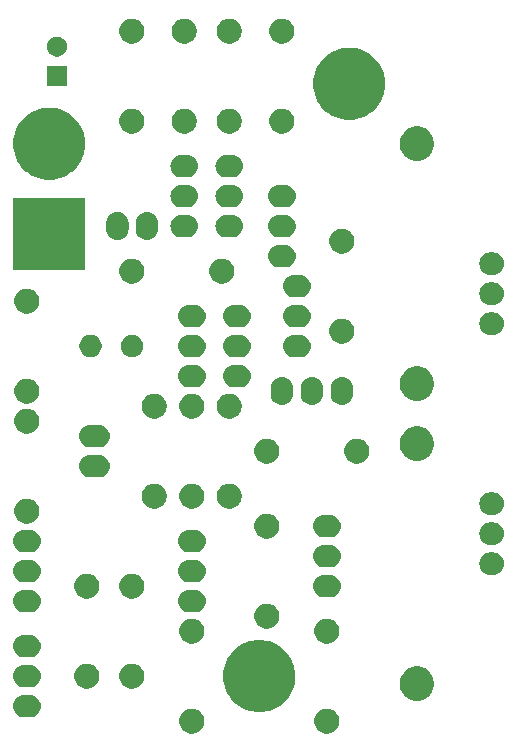
<source format=gbr>
G04 #@! TF.GenerationSoftware,KiCad,Pcbnew,(5.1.5)-3*
G04 #@! TF.CreationDate,2020-04-30T13:53:03+02:00*
G04 #@! TF.ProjectId,DiscreteAmp,44697363-7265-4746-9541-6d702e6b6963,rev?*
G04 #@! TF.SameCoordinates,Original*
G04 #@! TF.FileFunction,Soldermask,Bot*
G04 #@! TF.FilePolarity,Negative*
%FSLAX46Y46*%
G04 Gerber Fmt 4.6, Leading zero omitted, Abs format (unit mm)*
G04 Created by KiCad (PCBNEW (5.1.5)-3) date 2020-04-30 13:53:03*
%MOMM*%
%LPD*%
G04 APERTURE LIST*
%ADD10C,0.100000*%
G04 APERTURE END LIST*
D10*
G36*
X174296564Y-123449389D02*
G01*
X174487833Y-123528615D01*
X174487835Y-123528616D01*
X174659973Y-123643635D01*
X174806365Y-123790027D01*
X174921385Y-123962167D01*
X175000611Y-124153436D01*
X175041000Y-124356484D01*
X175041000Y-124563516D01*
X175000611Y-124766564D01*
X174921385Y-124957833D01*
X174921384Y-124957835D01*
X174806365Y-125129973D01*
X174659973Y-125276365D01*
X174487835Y-125391384D01*
X174487834Y-125391385D01*
X174487833Y-125391385D01*
X174296564Y-125470611D01*
X174093516Y-125511000D01*
X173886484Y-125511000D01*
X173683436Y-125470611D01*
X173492167Y-125391385D01*
X173492166Y-125391385D01*
X173492165Y-125391384D01*
X173320027Y-125276365D01*
X173173635Y-125129973D01*
X173058616Y-124957835D01*
X173058615Y-124957833D01*
X172979389Y-124766564D01*
X172939000Y-124563516D01*
X172939000Y-124356484D01*
X172979389Y-124153436D01*
X173058615Y-123962167D01*
X173173635Y-123790027D01*
X173320027Y-123643635D01*
X173492165Y-123528616D01*
X173492167Y-123528615D01*
X173683436Y-123449389D01*
X173886484Y-123409000D01*
X174093516Y-123409000D01*
X174296564Y-123449389D01*
G37*
G36*
X162866564Y-123449389D02*
G01*
X163057833Y-123528615D01*
X163057835Y-123528616D01*
X163229973Y-123643635D01*
X163376365Y-123790027D01*
X163491385Y-123962167D01*
X163570611Y-124153436D01*
X163611000Y-124356484D01*
X163611000Y-124563516D01*
X163570611Y-124766564D01*
X163491385Y-124957833D01*
X163491384Y-124957835D01*
X163376365Y-125129973D01*
X163229973Y-125276365D01*
X163057835Y-125391384D01*
X163057834Y-125391385D01*
X163057833Y-125391385D01*
X162866564Y-125470611D01*
X162663516Y-125511000D01*
X162456484Y-125511000D01*
X162253436Y-125470611D01*
X162062167Y-125391385D01*
X162062166Y-125391385D01*
X162062165Y-125391384D01*
X161890027Y-125276365D01*
X161743635Y-125129973D01*
X161628616Y-124957835D01*
X161628615Y-124957833D01*
X161549389Y-124766564D01*
X161509000Y-124563516D01*
X161509000Y-124356484D01*
X161549389Y-124153436D01*
X161628615Y-123962167D01*
X161743635Y-123790027D01*
X161890027Y-123643635D01*
X162062165Y-123528616D01*
X162062167Y-123528615D01*
X162253436Y-123449389D01*
X162456484Y-123409000D01*
X162663516Y-123409000D01*
X162866564Y-123449389D01*
G37*
G36*
X149001425Y-122252760D02*
G01*
X149001428Y-122252761D01*
X149001429Y-122252761D01*
X149180693Y-122307140D01*
X149180696Y-122307142D01*
X149180697Y-122307142D01*
X149345903Y-122395446D01*
X149490712Y-122514288D01*
X149609554Y-122659097D01*
X149650659Y-122736000D01*
X149697860Y-122824307D01*
X149752239Y-123003571D01*
X149752240Y-123003575D01*
X149770601Y-123190000D01*
X149752240Y-123376425D01*
X149752239Y-123376428D01*
X149752239Y-123376429D01*
X149697860Y-123555693D01*
X149697858Y-123555696D01*
X149697858Y-123555697D01*
X149609554Y-123720903D01*
X149490712Y-123865712D01*
X149345903Y-123984554D01*
X149180697Y-124072858D01*
X149180693Y-124072860D01*
X149001429Y-124127239D01*
X149001428Y-124127239D01*
X149001425Y-124127240D01*
X148861718Y-124141000D01*
X148318282Y-124141000D01*
X148178575Y-124127240D01*
X148178572Y-124127239D01*
X148178571Y-124127239D01*
X147999307Y-124072860D01*
X147999303Y-124072858D01*
X147834097Y-123984554D01*
X147689288Y-123865712D01*
X147570446Y-123720903D01*
X147482142Y-123555697D01*
X147482142Y-123555696D01*
X147482140Y-123555693D01*
X147427761Y-123376429D01*
X147427761Y-123376428D01*
X147427760Y-123376425D01*
X147409399Y-123190000D01*
X147427760Y-123003575D01*
X147427761Y-123003571D01*
X147482140Y-122824307D01*
X147529341Y-122736000D01*
X147570446Y-122659097D01*
X147689288Y-122514288D01*
X147834097Y-122395446D01*
X147999303Y-122307142D01*
X147999304Y-122307142D01*
X147999307Y-122307140D01*
X148178571Y-122252761D01*
X148178572Y-122252761D01*
X148178575Y-122252760D01*
X148318282Y-122239000D01*
X148861718Y-122239000D01*
X149001425Y-122252760D01*
G37*
G36*
X168862559Y-117656365D02*
G01*
X169164868Y-117716498D01*
X169720067Y-117946469D01*
X169964808Y-118110000D01*
X170219733Y-118280335D01*
X170644665Y-118705267D01*
X170698416Y-118785712D01*
X170978531Y-119204933D01*
X171208502Y-119760132D01*
X171234287Y-119889761D01*
X171325740Y-120349527D01*
X171325740Y-120950473D01*
X171267121Y-121245170D01*
X171208502Y-121539868D01*
X170978531Y-122095067D01*
X170787565Y-122380867D01*
X170644665Y-122594733D01*
X170219733Y-123019665D01*
X170005867Y-123162565D01*
X169720067Y-123353531D01*
X169164868Y-123583502D01*
X168870170Y-123642121D01*
X168575473Y-123700740D01*
X167974527Y-123700740D01*
X167679830Y-123642121D01*
X167385132Y-123583502D01*
X166829933Y-123353531D01*
X166544133Y-123162565D01*
X166330267Y-123019665D01*
X165905335Y-122594733D01*
X165762435Y-122380867D01*
X165571469Y-122095067D01*
X165341498Y-121539868D01*
X165282879Y-121245170D01*
X165224260Y-120950473D01*
X165224260Y-120349527D01*
X165315713Y-119889761D01*
X165341498Y-119760132D01*
X165571469Y-119204933D01*
X165851584Y-118785712D01*
X165905335Y-118705267D01*
X166330267Y-118280335D01*
X166585192Y-118110000D01*
X166829933Y-117946469D01*
X167385132Y-117716498D01*
X167687441Y-117656365D01*
X167974527Y-117599260D01*
X168575473Y-117599260D01*
X168862559Y-117656365D01*
G37*
G36*
X182033241Y-119889760D02*
G01*
X182297305Y-119999139D01*
X182534958Y-120157934D01*
X182737066Y-120360042D01*
X182895861Y-120597695D01*
X183005240Y-120861759D01*
X183061000Y-121142088D01*
X183061000Y-121427912D01*
X183005240Y-121708241D01*
X182895861Y-121972305D01*
X182737066Y-122209958D01*
X182534958Y-122412066D01*
X182297305Y-122570861D01*
X182033241Y-122680240D01*
X181752912Y-122736000D01*
X181467088Y-122736000D01*
X181186759Y-122680240D01*
X180922695Y-122570861D01*
X180685042Y-122412066D01*
X180482934Y-122209958D01*
X180324139Y-121972305D01*
X180214760Y-121708241D01*
X180159000Y-121427912D01*
X180159000Y-121142088D01*
X180214760Y-120861759D01*
X180324139Y-120597695D01*
X180482934Y-120360042D01*
X180685042Y-120157934D01*
X180922695Y-119999139D01*
X181186759Y-119889760D01*
X181467088Y-119834000D01*
X181752912Y-119834000D01*
X182033241Y-119889760D01*
G37*
G36*
X157786564Y-119639389D02*
G01*
X157963700Y-119712761D01*
X157977835Y-119718616D01*
X158149973Y-119833635D01*
X158296365Y-119980027D01*
X158389289Y-120119097D01*
X158411385Y-120152167D01*
X158490611Y-120343436D01*
X158531000Y-120546484D01*
X158531000Y-120753516D01*
X158490611Y-120956564D01*
X158413764Y-121142089D01*
X158411384Y-121147835D01*
X158296365Y-121319973D01*
X158149973Y-121466365D01*
X157977835Y-121581384D01*
X157977834Y-121581385D01*
X157977833Y-121581385D01*
X157786564Y-121660611D01*
X157583516Y-121701000D01*
X157376484Y-121701000D01*
X157173436Y-121660611D01*
X156982167Y-121581385D01*
X156982166Y-121581385D01*
X156982165Y-121581384D01*
X156810027Y-121466365D01*
X156663635Y-121319973D01*
X156548616Y-121147835D01*
X156546236Y-121142089D01*
X156469389Y-120956564D01*
X156429000Y-120753516D01*
X156429000Y-120546484D01*
X156469389Y-120343436D01*
X156548615Y-120152167D01*
X156570712Y-120119097D01*
X156663635Y-119980027D01*
X156810027Y-119833635D01*
X156982165Y-119718616D01*
X156996300Y-119712761D01*
X157173436Y-119639389D01*
X157376484Y-119599000D01*
X157583516Y-119599000D01*
X157786564Y-119639389D01*
G37*
G36*
X153976564Y-119639389D02*
G01*
X154153700Y-119712761D01*
X154167835Y-119718616D01*
X154339973Y-119833635D01*
X154486365Y-119980027D01*
X154579289Y-120119097D01*
X154601385Y-120152167D01*
X154680611Y-120343436D01*
X154721000Y-120546484D01*
X154721000Y-120753516D01*
X154680611Y-120956564D01*
X154603764Y-121142089D01*
X154601384Y-121147835D01*
X154486365Y-121319973D01*
X154339973Y-121466365D01*
X154167835Y-121581384D01*
X154167834Y-121581385D01*
X154167833Y-121581385D01*
X153976564Y-121660611D01*
X153773516Y-121701000D01*
X153566484Y-121701000D01*
X153363436Y-121660611D01*
X153172167Y-121581385D01*
X153172166Y-121581385D01*
X153172165Y-121581384D01*
X153000027Y-121466365D01*
X152853635Y-121319973D01*
X152738616Y-121147835D01*
X152736236Y-121142089D01*
X152659389Y-120956564D01*
X152619000Y-120753516D01*
X152619000Y-120546484D01*
X152659389Y-120343436D01*
X152738615Y-120152167D01*
X152760712Y-120119097D01*
X152853635Y-119980027D01*
X153000027Y-119833635D01*
X153172165Y-119718616D01*
X153186300Y-119712761D01*
X153363436Y-119639389D01*
X153566484Y-119599000D01*
X153773516Y-119599000D01*
X153976564Y-119639389D01*
G37*
G36*
X149001425Y-119712760D02*
G01*
X149001428Y-119712761D01*
X149001429Y-119712761D01*
X149180693Y-119767140D01*
X149180696Y-119767142D01*
X149180697Y-119767142D01*
X149345903Y-119855446D01*
X149490712Y-119974288D01*
X149609554Y-120119097D01*
X149697858Y-120284303D01*
X149697860Y-120284307D01*
X149752239Y-120463571D01*
X149752240Y-120463575D01*
X149770601Y-120650000D01*
X149752240Y-120836425D01*
X149752239Y-120836428D01*
X149752239Y-120836429D01*
X149697860Y-121015693D01*
X149697858Y-121015696D01*
X149697858Y-121015697D01*
X149609554Y-121180903D01*
X149490712Y-121325712D01*
X149345903Y-121444554D01*
X149180697Y-121532858D01*
X149180693Y-121532860D01*
X149001429Y-121587239D01*
X149001428Y-121587239D01*
X149001425Y-121587240D01*
X148861718Y-121601000D01*
X148318282Y-121601000D01*
X148178575Y-121587240D01*
X148178572Y-121587239D01*
X148178571Y-121587239D01*
X147999307Y-121532860D01*
X147999303Y-121532858D01*
X147834097Y-121444554D01*
X147689288Y-121325712D01*
X147570446Y-121180903D01*
X147482142Y-121015697D01*
X147482142Y-121015696D01*
X147482140Y-121015693D01*
X147427761Y-120836429D01*
X147427761Y-120836428D01*
X147427760Y-120836425D01*
X147409399Y-120650000D01*
X147427760Y-120463575D01*
X147427761Y-120463571D01*
X147482140Y-120284307D01*
X147482142Y-120284303D01*
X147570446Y-120119097D01*
X147689288Y-119974288D01*
X147834097Y-119855446D01*
X147999303Y-119767142D01*
X147999304Y-119767142D01*
X147999307Y-119767140D01*
X148178571Y-119712761D01*
X148178572Y-119712761D01*
X148178575Y-119712760D01*
X148318282Y-119699000D01*
X148861718Y-119699000D01*
X149001425Y-119712760D01*
G37*
G36*
X149001425Y-117172760D02*
G01*
X149001428Y-117172761D01*
X149001429Y-117172761D01*
X149180693Y-117227140D01*
X149180696Y-117227142D01*
X149180697Y-117227142D01*
X149345903Y-117315446D01*
X149490712Y-117434288D01*
X149609554Y-117579097D01*
X149650854Y-117656365D01*
X149697860Y-117744307D01*
X149752239Y-117923571D01*
X149752240Y-117923575D01*
X149770601Y-118110000D01*
X149752240Y-118296425D01*
X149752239Y-118296428D01*
X149752239Y-118296429D01*
X149697860Y-118475693D01*
X149697858Y-118475696D01*
X149697858Y-118475697D01*
X149609554Y-118640903D01*
X149490712Y-118785712D01*
X149345903Y-118904554D01*
X149180697Y-118992858D01*
X149180693Y-118992860D01*
X149001429Y-119047239D01*
X149001428Y-119047239D01*
X149001425Y-119047240D01*
X148861718Y-119061000D01*
X148318282Y-119061000D01*
X148178575Y-119047240D01*
X148178572Y-119047239D01*
X148178571Y-119047239D01*
X147999307Y-118992860D01*
X147999303Y-118992858D01*
X147834097Y-118904554D01*
X147689288Y-118785712D01*
X147570446Y-118640903D01*
X147482142Y-118475697D01*
X147482142Y-118475696D01*
X147482140Y-118475693D01*
X147427761Y-118296429D01*
X147427761Y-118296428D01*
X147427760Y-118296425D01*
X147409399Y-118110000D01*
X147427760Y-117923575D01*
X147427761Y-117923571D01*
X147482140Y-117744307D01*
X147529146Y-117656365D01*
X147570446Y-117579097D01*
X147689288Y-117434288D01*
X147834097Y-117315446D01*
X147999303Y-117227142D01*
X147999304Y-117227142D01*
X147999307Y-117227140D01*
X148178571Y-117172761D01*
X148178572Y-117172761D01*
X148178575Y-117172760D01*
X148318282Y-117159000D01*
X148861718Y-117159000D01*
X149001425Y-117172760D01*
G37*
G36*
X174296564Y-115829389D02*
G01*
X174487833Y-115908615D01*
X174487835Y-115908616D01*
X174659973Y-116023635D01*
X174806365Y-116170027D01*
X174921385Y-116342167D01*
X175000611Y-116533436D01*
X175041000Y-116736484D01*
X175041000Y-116943516D01*
X175000611Y-117146564D01*
X174921385Y-117337833D01*
X174921384Y-117337835D01*
X174806365Y-117509973D01*
X174659973Y-117656365D01*
X174487835Y-117771384D01*
X174487834Y-117771385D01*
X174487833Y-117771385D01*
X174296564Y-117850611D01*
X174093516Y-117891000D01*
X173886484Y-117891000D01*
X173683436Y-117850611D01*
X173492167Y-117771385D01*
X173492166Y-117771385D01*
X173492165Y-117771384D01*
X173320027Y-117656365D01*
X173173635Y-117509973D01*
X173058616Y-117337835D01*
X173058615Y-117337833D01*
X172979389Y-117146564D01*
X172939000Y-116943516D01*
X172939000Y-116736484D01*
X172979389Y-116533436D01*
X173058615Y-116342167D01*
X173173635Y-116170027D01*
X173320027Y-116023635D01*
X173492165Y-115908616D01*
X173492167Y-115908615D01*
X173683436Y-115829389D01*
X173886484Y-115789000D01*
X174093516Y-115789000D01*
X174296564Y-115829389D01*
G37*
G36*
X162866564Y-115829389D02*
G01*
X163057833Y-115908615D01*
X163057835Y-115908616D01*
X163229973Y-116023635D01*
X163376365Y-116170027D01*
X163491385Y-116342167D01*
X163570611Y-116533436D01*
X163611000Y-116736484D01*
X163611000Y-116943516D01*
X163570611Y-117146564D01*
X163491385Y-117337833D01*
X163491384Y-117337835D01*
X163376365Y-117509973D01*
X163229973Y-117656365D01*
X163057835Y-117771384D01*
X163057834Y-117771385D01*
X163057833Y-117771385D01*
X162866564Y-117850611D01*
X162663516Y-117891000D01*
X162456484Y-117891000D01*
X162253436Y-117850611D01*
X162062167Y-117771385D01*
X162062166Y-117771385D01*
X162062165Y-117771384D01*
X161890027Y-117656365D01*
X161743635Y-117509973D01*
X161628616Y-117337835D01*
X161628615Y-117337833D01*
X161549389Y-117146564D01*
X161509000Y-116943516D01*
X161509000Y-116736484D01*
X161549389Y-116533436D01*
X161628615Y-116342167D01*
X161743635Y-116170027D01*
X161890027Y-116023635D01*
X162062165Y-115908616D01*
X162062167Y-115908615D01*
X162253436Y-115829389D01*
X162456484Y-115789000D01*
X162663516Y-115789000D01*
X162866564Y-115829389D01*
G37*
G36*
X169216564Y-114559389D02*
G01*
X169407833Y-114638615D01*
X169407835Y-114638616D01*
X169579973Y-114753635D01*
X169726365Y-114900027D01*
X169841385Y-115072167D01*
X169920611Y-115263436D01*
X169961000Y-115466484D01*
X169961000Y-115673516D01*
X169920611Y-115876564D01*
X169859692Y-116023635D01*
X169841384Y-116067835D01*
X169726365Y-116239973D01*
X169579973Y-116386365D01*
X169407835Y-116501384D01*
X169407834Y-116501385D01*
X169407833Y-116501385D01*
X169216564Y-116580611D01*
X169013516Y-116621000D01*
X168806484Y-116621000D01*
X168603436Y-116580611D01*
X168412167Y-116501385D01*
X168412166Y-116501385D01*
X168412165Y-116501384D01*
X168240027Y-116386365D01*
X168093635Y-116239973D01*
X167978616Y-116067835D01*
X167960308Y-116023635D01*
X167899389Y-115876564D01*
X167859000Y-115673516D01*
X167859000Y-115466484D01*
X167899389Y-115263436D01*
X167978615Y-115072167D01*
X168093635Y-114900027D01*
X168240027Y-114753635D01*
X168412165Y-114638616D01*
X168412167Y-114638615D01*
X168603436Y-114559389D01*
X168806484Y-114519000D01*
X169013516Y-114519000D01*
X169216564Y-114559389D01*
G37*
G36*
X149001425Y-113362760D02*
G01*
X149001428Y-113362761D01*
X149001429Y-113362761D01*
X149180693Y-113417140D01*
X149180696Y-113417142D01*
X149180697Y-113417142D01*
X149345903Y-113505446D01*
X149490712Y-113624288D01*
X149609554Y-113769097D01*
X149697858Y-113934303D01*
X149697860Y-113934307D01*
X149752239Y-114113571D01*
X149752240Y-114113575D01*
X149770601Y-114300000D01*
X149752240Y-114486425D01*
X149752239Y-114486428D01*
X149752239Y-114486429D01*
X149697860Y-114665693D01*
X149697858Y-114665696D01*
X149697858Y-114665697D01*
X149609554Y-114830903D01*
X149490712Y-114975712D01*
X149345903Y-115094554D01*
X149180697Y-115182858D01*
X149180693Y-115182860D01*
X149001429Y-115237239D01*
X149001428Y-115237239D01*
X149001425Y-115237240D01*
X148861718Y-115251000D01*
X148318282Y-115251000D01*
X148178575Y-115237240D01*
X148178572Y-115237239D01*
X148178571Y-115237239D01*
X147999307Y-115182860D01*
X147999303Y-115182858D01*
X147834097Y-115094554D01*
X147689288Y-114975712D01*
X147570446Y-114830903D01*
X147482142Y-114665697D01*
X147482142Y-114665696D01*
X147482140Y-114665693D01*
X147427761Y-114486429D01*
X147427761Y-114486428D01*
X147427760Y-114486425D01*
X147409399Y-114300000D01*
X147427760Y-114113575D01*
X147427761Y-114113571D01*
X147482140Y-113934307D01*
X147482142Y-113934303D01*
X147570446Y-113769097D01*
X147689288Y-113624288D01*
X147834097Y-113505446D01*
X147999303Y-113417142D01*
X147999304Y-113417142D01*
X147999307Y-113417140D01*
X148178571Y-113362761D01*
X148178572Y-113362761D01*
X148178575Y-113362760D01*
X148318282Y-113349000D01*
X148861718Y-113349000D01*
X149001425Y-113362760D01*
G37*
G36*
X162971425Y-113362760D02*
G01*
X162971428Y-113362761D01*
X162971429Y-113362761D01*
X163150693Y-113417140D01*
X163150696Y-113417142D01*
X163150697Y-113417142D01*
X163315903Y-113505446D01*
X163460712Y-113624288D01*
X163579554Y-113769097D01*
X163667858Y-113934303D01*
X163667860Y-113934307D01*
X163722239Y-114113571D01*
X163722240Y-114113575D01*
X163740601Y-114300000D01*
X163722240Y-114486425D01*
X163722239Y-114486428D01*
X163722239Y-114486429D01*
X163667860Y-114665693D01*
X163667858Y-114665696D01*
X163667858Y-114665697D01*
X163579554Y-114830903D01*
X163460712Y-114975712D01*
X163315903Y-115094554D01*
X163150697Y-115182858D01*
X163150693Y-115182860D01*
X162971429Y-115237239D01*
X162971428Y-115237239D01*
X162971425Y-115237240D01*
X162831718Y-115251000D01*
X162288282Y-115251000D01*
X162148575Y-115237240D01*
X162148572Y-115237239D01*
X162148571Y-115237239D01*
X161969307Y-115182860D01*
X161969303Y-115182858D01*
X161804097Y-115094554D01*
X161659288Y-114975712D01*
X161540446Y-114830903D01*
X161452142Y-114665697D01*
X161452142Y-114665696D01*
X161452140Y-114665693D01*
X161397761Y-114486429D01*
X161397761Y-114486428D01*
X161397760Y-114486425D01*
X161379399Y-114300000D01*
X161397760Y-114113575D01*
X161397761Y-114113571D01*
X161452140Y-113934307D01*
X161452142Y-113934303D01*
X161540446Y-113769097D01*
X161659288Y-113624288D01*
X161804097Y-113505446D01*
X161969303Y-113417142D01*
X161969304Y-113417142D01*
X161969307Y-113417140D01*
X162148571Y-113362761D01*
X162148572Y-113362761D01*
X162148575Y-113362760D01*
X162288282Y-113349000D01*
X162831718Y-113349000D01*
X162971425Y-113362760D01*
G37*
G36*
X157786564Y-112019389D02*
G01*
X157963700Y-112092761D01*
X157977835Y-112098616D01*
X158149973Y-112213635D01*
X158296365Y-112360027D01*
X158389289Y-112499097D01*
X158411385Y-112532167D01*
X158490611Y-112723436D01*
X158531000Y-112926484D01*
X158531000Y-113133516D01*
X158490611Y-113336564D01*
X158411385Y-113527833D01*
X158411384Y-113527835D01*
X158296365Y-113699973D01*
X158149973Y-113846365D01*
X157977835Y-113961384D01*
X157977834Y-113961385D01*
X157977833Y-113961385D01*
X157786564Y-114040611D01*
X157583516Y-114081000D01*
X157376484Y-114081000D01*
X157173436Y-114040611D01*
X156982167Y-113961385D01*
X156982166Y-113961385D01*
X156982165Y-113961384D01*
X156810027Y-113846365D01*
X156663635Y-113699973D01*
X156548616Y-113527835D01*
X156548615Y-113527833D01*
X156469389Y-113336564D01*
X156429000Y-113133516D01*
X156429000Y-112926484D01*
X156469389Y-112723436D01*
X156548615Y-112532167D01*
X156570712Y-112499097D01*
X156663635Y-112360027D01*
X156810027Y-112213635D01*
X156982165Y-112098616D01*
X156996300Y-112092761D01*
X157173436Y-112019389D01*
X157376484Y-111979000D01*
X157583516Y-111979000D01*
X157786564Y-112019389D01*
G37*
G36*
X153976564Y-112019389D02*
G01*
X154153700Y-112092761D01*
X154167835Y-112098616D01*
X154339973Y-112213635D01*
X154486365Y-112360027D01*
X154579289Y-112499097D01*
X154601385Y-112532167D01*
X154680611Y-112723436D01*
X154721000Y-112926484D01*
X154721000Y-113133516D01*
X154680611Y-113336564D01*
X154601385Y-113527833D01*
X154601384Y-113527835D01*
X154486365Y-113699973D01*
X154339973Y-113846365D01*
X154167835Y-113961384D01*
X154167834Y-113961385D01*
X154167833Y-113961385D01*
X153976564Y-114040611D01*
X153773516Y-114081000D01*
X153566484Y-114081000D01*
X153363436Y-114040611D01*
X153172167Y-113961385D01*
X153172166Y-113961385D01*
X153172165Y-113961384D01*
X153000027Y-113846365D01*
X152853635Y-113699973D01*
X152738616Y-113527835D01*
X152738615Y-113527833D01*
X152659389Y-113336564D01*
X152619000Y-113133516D01*
X152619000Y-112926484D01*
X152659389Y-112723436D01*
X152738615Y-112532167D01*
X152760712Y-112499097D01*
X152853635Y-112360027D01*
X153000027Y-112213635D01*
X153172165Y-112098616D01*
X153186300Y-112092761D01*
X153363436Y-112019389D01*
X153566484Y-111979000D01*
X153773516Y-111979000D01*
X153976564Y-112019389D01*
G37*
G36*
X174401425Y-112092760D02*
G01*
X174401428Y-112092761D01*
X174401429Y-112092761D01*
X174580693Y-112147140D01*
X174580696Y-112147142D01*
X174580697Y-112147142D01*
X174745903Y-112235446D01*
X174890712Y-112354288D01*
X175009554Y-112499097D01*
X175097858Y-112664303D01*
X175097860Y-112664307D01*
X175152239Y-112843571D01*
X175152240Y-112843575D01*
X175170601Y-113030000D01*
X175152240Y-113216425D01*
X175152239Y-113216428D01*
X175152239Y-113216429D01*
X175097860Y-113395693D01*
X175097858Y-113395696D01*
X175097858Y-113395697D01*
X175009554Y-113560903D01*
X174890712Y-113705712D01*
X174745903Y-113824554D01*
X174580697Y-113912858D01*
X174580693Y-113912860D01*
X174401429Y-113967239D01*
X174401428Y-113967239D01*
X174401425Y-113967240D01*
X174261718Y-113981000D01*
X173718282Y-113981000D01*
X173578575Y-113967240D01*
X173578572Y-113967239D01*
X173578571Y-113967239D01*
X173399307Y-113912860D01*
X173399303Y-113912858D01*
X173234097Y-113824554D01*
X173089288Y-113705712D01*
X172970446Y-113560903D01*
X172882142Y-113395697D01*
X172882142Y-113395696D01*
X172882140Y-113395693D01*
X172827761Y-113216429D01*
X172827761Y-113216428D01*
X172827760Y-113216425D01*
X172809399Y-113030000D01*
X172827760Y-112843575D01*
X172827761Y-112843571D01*
X172882140Y-112664307D01*
X172882142Y-112664303D01*
X172970446Y-112499097D01*
X173089288Y-112354288D01*
X173234097Y-112235446D01*
X173399303Y-112147142D01*
X173399304Y-112147142D01*
X173399307Y-112147140D01*
X173578571Y-112092761D01*
X173578572Y-112092761D01*
X173578575Y-112092760D01*
X173718282Y-112079000D01*
X174261718Y-112079000D01*
X174401425Y-112092760D01*
G37*
G36*
X162971425Y-110822760D02*
G01*
X162971428Y-110822761D01*
X162971429Y-110822761D01*
X163150693Y-110877140D01*
X163150696Y-110877142D01*
X163150697Y-110877142D01*
X163315903Y-110965446D01*
X163460712Y-111084288D01*
X163579554Y-111229097D01*
X163667858Y-111394303D01*
X163667860Y-111394307D01*
X163722239Y-111573571D01*
X163722240Y-111573575D01*
X163740601Y-111760000D01*
X163722240Y-111946425D01*
X163722239Y-111946428D01*
X163722239Y-111946429D01*
X163667860Y-112125693D01*
X163667858Y-112125696D01*
X163667858Y-112125697D01*
X163579554Y-112290903D01*
X163460712Y-112435712D01*
X163315903Y-112554554D01*
X163150697Y-112642858D01*
X163150693Y-112642860D01*
X162971429Y-112697239D01*
X162971428Y-112697239D01*
X162971425Y-112697240D01*
X162831718Y-112711000D01*
X162288282Y-112711000D01*
X162148575Y-112697240D01*
X162148572Y-112697239D01*
X162148571Y-112697239D01*
X161969307Y-112642860D01*
X161969303Y-112642858D01*
X161804097Y-112554554D01*
X161659288Y-112435712D01*
X161540446Y-112290903D01*
X161452142Y-112125697D01*
X161452142Y-112125696D01*
X161452140Y-112125693D01*
X161397761Y-111946429D01*
X161397761Y-111946428D01*
X161397760Y-111946425D01*
X161379399Y-111760000D01*
X161397760Y-111573575D01*
X161397761Y-111573571D01*
X161452140Y-111394307D01*
X161452142Y-111394303D01*
X161540446Y-111229097D01*
X161659288Y-111084288D01*
X161804097Y-110965446D01*
X161969303Y-110877142D01*
X161969304Y-110877142D01*
X161969307Y-110877140D01*
X162148571Y-110822761D01*
X162148572Y-110822761D01*
X162148575Y-110822760D01*
X162288282Y-110809000D01*
X162831718Y-110809000D01*
X162971425Y-110822760D01*
G37*
G36*
X149001425Y-110822760D02*
G01*
X149001428Y-110822761D01*
X149001429Y-110822761D01*
X149180693Y-110877140D01*
X149180696Y-110877142D01*
X149180697Y-110877142D01*
X149345903Y-110965446D01*
X149490712Y-111084288D01*
X149609554Y-111229097D01*
X149697858Y-111394303D01*
X149697860Y-111394307D01*
X149752239Y-111573571D01*
X149752240Y-111573575D01*
X149770601Y-111760000D01*
X149752240Y-111946425D01*
X149752239Y-111946428D01*
X149752239Y-111946429D01*
X149697860Y-112125693D01*
X149697858Y-112125696D01*
X149697858Y-112125697D01*
X149609554Y-112290903D01*
X149490712Y-112435712D01*
X149345903Y-112554554D01*
X149180697Y-112642858D01*
X149180693Y-112642860D01*
X149001429Y-112697239D01*
X149001428Y-112697239D01*
X149001425Y-112697240D01*
X148861718Y-112711000D01*
X148318282Y-112711000D01*
X148178575Y-112697240D01*
X148178572Y-112697239D01*
X148178571Y-112697239D01*
X147999307Y-112642860D01*
X147999303Y-112642858D01*
X147834097Y-112554554D01*
X147689288Y-112435712D01*
X147570446Y-112290903D01*
X147482142Y-112125697D01*
X147482142Y-112125696D01*
X147482140Y-112125693D01*
X147427761Y-111946429D01*
X147427761Y-111946428D01*
X147427760Y-111946425D01*
X147409399Y-111760000D01*
X147427760Y-111573575D01*
X147427761Y-111573571D01*
X147482140Y-111394307D01*
X147482142Y-111394303D01*
X147570446Y-111229097D01*
X147689288Y-111084288D01*
X147834097Y-110965446D01*
X147999303Y-110877142D01*
X147999304Y-110877142D01*
X147999307Y-110877140D01*
X148178571Y-110822761D01*
X148178572Y-110822761D01*
X148178575Y-110822760D01*
X148318282Y-110809000D01*
X148861718Y-110809000D01*
X149001425Y-110822760D01*
G37*
G36*
X188246425Y-110187760D02*
G01*
X188246428Y-110187761D01*
X188246429Y-110187761D01*
X188425693Y-110242140D01*
X188425696Y-110242142D01*
X188425697Y-110242142D01*
X188590903Y-110330446D01*
X188735712Y-110449288D01*
X188854554Y-110594097D01*
X188898561Y-110676429D01*
X188942860Y-110759307D01*
X188997239Y-110938571D01*
X188997240Y-110938575D01*
X189015601Y-111125000D01*
X188997240Y-111311425D01*
X188997239Y-111311428D01*
X188997239Y-111311429D01*
X188942860Y-111490693D01*
X188942858Y-111490696D01*
X188942858Y-111490697D01*
X188854554Y-111655903D01*
X188735712Y-111800712D01*
X188590903Y-111919554D01*
X188425697Y-112007858D01*
X188425693Y-112007860D01*
X188246429Y-112062239D01*
X188246428Y-112062239D01*
X188246425Y-112062240D01*
X188106718Y-112076000D01*
X187813282Y-112076000D01*
X187673575Y-112062240D01*
X187673572Y-112062239D01*
X187673571Y-112062239D01*
X187494307Y-112007860D01*
X187494303Y-112007858D01*
X187329097Y-111919554D01*
X187184288Y-111800712D01*
X187065446Y-111655903D01*
X186977142Y-111490697D01*
X186977142Y-111490696D01*
X186977140Y-111490693D01*
X186922761Y-111311429D01*
X186922761Y-111311428D01*
X186922760Y-111311425D01*
X186904399Y-111125000D01*
X186922760Y-110938575D01*
X186922761Y-110938571D01*
X186977140Y-110759307D01*
X187021439Y-110676429D01*
X187065446Y-110594097D01*
X187184288Y-110449288D01*
X187329097Y-110330446D01*
X187494303Y-110242142D01*
X187494304Y-110242142D01*
X187494307Y-110242140D01*
X187673571Y-110187761D01*
X187673572Y-110187761D01*
X187673575Y-110187760D01*
X187813282Y-110174000D01*
X188106718Y-110174000D01*
X188246425Y-110187760D01*
G37*
G36*
X174401425Y-109552760D02*
G01*
X174401428Y-109552761D01*
X174401429Y-109552761D01*
X174580693Y-109607140D01*
X174580696Y-109607142D01*
X174580697Y-109607142D01*
X174745903Y-109695446D01*
X174890712Y-109814288D01*
X175009554Y-109959097D01*
X175097858Y-110124303D01*
X175097860Y-110124307D01*
X175152239Y-110303571D01*
X175152240Y-110303575D01*
X175170601Y-110490000D01*
X175152240Y-110676425D01*
X175152239Y-110676428D01*
X175152239Y-110676429D01*
X175097860Y-110855693D01*
X175097858Y-110855696D01*
X175097858Y-110855697D01*
X175009554Y-111020903D01*
X174890712Y-111165712D01*
X174745903Y-111284554D01*
X174580697Y-111372858D01*
X174580693Y-111372860D01*
X174401429Y-111427239D01*
X174401428Y-111427239D01*
X174401425Y-111427240D01*
X174261718Y-111441000D01*
X173718282Y-111441000D01*
X173578575Y-111427240D01*
X173578572Y-111427239D01*
X173578571Y-111427239D01*
X173399307Y-111372860D01*
X173399303Y-111372858D01*
X173234097Y-111284554D01*
X173089288Y-111165712D01*
X172970446Y-111020903D01*
X172882142Y-110855697D01*
X172882142Y-110855696D01*
X172882140Y-110855693D01*
X172827761Y-110676429D01*
X172827761Y-110676428D01*
X172827760Y-110676425D01*
X172809399Y-110490000D01*
X172827760Y-110303575D01*
X172827761Y-110303571D01*
X172882140Y-110124307D01*
X172882142Y-110124303D01*
X172970446Y-109959097D01*
X173089288Y-109814288D01*
X173234097Y-109695446D01*
X173399303Y-109607142D01*
X173399304Y-109607142D01*
X173399307Y-109607140D01*
X173578571Y-109552761D01*
X173578572Y-109552761D01*
X173578575Y-109552760D01*
X173718282Y-109539000D01*
X174261718Y-109539000D01*
X174401425Y-109552760D01*
G37*
G36*
X162971425Y-108282760D02*
G01*
X162971428Y-108282761D01*
X162971429Y-108282761D01*
X163150693Y-108337140D01*
X163150696Y-108337142D01*
X163150697Y-108337142D01*
X163315903Y-108425446D01*
X163460712Y-108544288D01*
X163579554Y-108689097D01*
X163667858Y-108854303D01*
X163667860Y-108854307D01*
X163722239Y-109033571D01*
X163722240Y-109033575D01*
X163740601Y-109220000D01*
X163722240Y-109406425D01*
X163722239Y-109406428D01*
X163722239Y-109406429D01*
X163667860Y-109585693D01*
X163667858Y-109585696D01*
X163667858Y-109585697D01*
X163579554Y-109750903D01*
X163460712Y-109895712D01*
X163315903Y-110014554D01*
X163150697Y-110102858D01*
X163150693Y-110102860D01*
X162971429Y-110157239D01*
X162971428Y-110157239D01*
X162971425Y-110157240D01*
X162831718Y-110171000D01*
X162288282Y-110171000D01*
X162148575Y-110157240D01*
X162148572Y-110157239D01*
X162148571Y-110157239D01*
X161969307Y-110102860D01*
X161969303Y-110102858D01*
X161804097Y-110014554D01*
X161659288Y-109895712D01*
X161540446Y-109750903D01*
X161452142Y-109585697D01*
X161452142Y-109585696D01*
X161452140Y-109585693D01*
X161397761Y-109406429D01*
X161397761Y-109406428D01*
X161397760Y-109406425D01*
X161379399Y-109220000D01*
X161397760Y-109033575D01*
X161397761Y-109033571D01*
X161452140Y-108854307D01*
X161452142Y-108854303D01*
X161540446Y-108689097D01*
X161659288Y-108544288D01*
X161804097Y-108425446D01*
X161969303Y-108337142D01*
X161969304Y-108337142D01*
X161969307Y-108337140D01*
X162148571Y-108282761D01*
X162148572Y-108282761D01*
X162148575Y-108282760D01*
X162288282Y-108269000D01*
X162831718Y-108269000D01*
X162971425Y-108282760D01*
G37*
G36*
X149001425Y-108282760D02*
G01*
X149001428Y-108282761D01*
X149001429Y-108282761D01*
X149180693Y-108337140D01*
X149180696Y-108337142D01*
X149180697Y-108337142D01*
X149345903Y-108425446D01*
X149490712Y-108544288D01*
X149609554Y-108689097D01*
X149697858Y-108854303D01*
X149697860Y-108854307D01*
X149752239Y-109033571D01*
X149752240Y-109033575D01*
X149770601Y-109220000D01*
X149752240Y-109406425D01*
X149752239Y-109406428D01*
X149752239Y-109406429D01*
X149697860Y-109585693D01*
X149697858Y-109585696D01*
X149697858Y-109585697D01*
X149609554Y-109750903D01*
X149490712Y-109895712D01*
X149345903Y-110014554D01*
X149180697Y-110102858D01*
X149180693Y-110102860D01*
X149001429Y-110157239D01*
X149001428Y-110157239D01*
X149001425Y-110157240D01*
X148861718Y-110171000D01*
X148318282Y-110171000D01*
X148178575Y-110157240D01*
X148178572Y-110157239D01*
X148178571Y-110157239D01*
X147999307Y-110102860D01*
X147999303Y-110102858D01*
X147834097Y-110014554D01*
X147689288Y-109895712D01*
X147570446Y-109750903D01*
X147482142Y-109585697D01*
X147482142Y-109585696D01*
X147482140Y-109585693D01*
X147427761Y-109406429D01*
X147427761Y-109406428D01*
X147427760Y-109406425D01*
X147409399Y-109220000D01*
X147427760Y-109033575D01*
X147427761Y-109033571D01*
X147482140Y-108854307D01*
X147482142Y-108854303D01*
X147570446Y-108689097D01*
X147689288Y-108544288D01*
X147834097Y-108425446D01*
X147999303Y-108337142D01*
X147999304Y-108337142D01*
X147999307Y-108337140D01*
X148178571Y-108282761D01*
X148178572Y-108282761D01*
X148178575Y-108282760D01*
X148318282Y-108269000D01*
X148861718Y-108269000D01*
X149001425Y-108282760D01*
G37*
G36*
X188246425Y-107647760D02*
G01*
X188246428Y-107647761D01*
X188246429Y-107647761D01*
X188425693Y-107702140D01*
X188425696Y-107702142D01*
X188425697Y-107702142D01*
X188590903Y-107790446D01*
X188735712Y-107909288D01*
X188854554Y-108054097D01*
X188898561Y-108136429D01*
X188942860Y-108219307D01*
X188997239Y-108398571D01*
X188997240Y-108398575D01*
X189015601Y-108585000D01*
X188997240Y-108771425D01*
X188997239Y-108771428D01*
X188997239Y-108771429D01*
X188942860Y-108950693D01*
X188942858Y-108950696D01*
X188942858Y-108950697D01*
X188854554Y-109115903D01*
X188735712Y-109260712D01*
X188590903Y-109379554D01*
X188425697Y-109467858D01*
X188425693Y-109467860D01*
X188246429Y-109522239D01*
X188246428Y-109522239D01*
X188246425Y-109522240D01*
X188106718Y-109536000D01*
X187813282Y-109536000D01*
X187673575Y-109522240D01*
X187673572Y-109522239D01*
X187673571Y-109522239D01*
X187494307Y-109467860D01*
X187494303Y-109467858D01*
X187329097Y-109379554D01*
X187184288Y-109260712D01*
X187065446Y-109115903D01*
X186977142Y-108950697D01*
X186977142Y-108950696D01*
X186977140Y-108950693D01*
X186922761Y-108771429D01*
X186922761Y-108771428D01*
X186922760Y-108771425D01*
X186904399Y-108585000D01*
X186922760Y-108398575D01*
X186922761Y-108398571D01*
X186977140Y-108219307D01*
X187021439Y-108136429D01*
X187065446Y-108054097D01*
X187184288Y-107909288D01*
X187329097Y-107790446D01*
X187494303Y-107702142D01*
X187494304Y-107702142D01*
X187494307Y-107702140D01*
X187673571Y-107647761D01*
X187673572Y-107647761D01*
X187673575Y-107647760D01*
X187813282Y-107634000D01*
X188106718Y-107634000D01*
X188246425Y-107647760D01*
G37*
G36*
X169216564Y-106939389D02*
G01*
X169393700Y-107012761D01*
X169407835Y-107018616D01*
X169579973Y-107133635D01*
X169726365Y-107280027D01*
X169819289Y-107419097D01*
X169841385Y-107452167D01*
X169920611Y-107643436D01*
X169961000Y-107846484D01*
X169961000Y-108053516D01*
X169920611Y-108256564D01*
X169841385Y-108447833D01*
X169841384Y-108447835D01*
X169726365Y-108619973D01*
X169579973Y-108766365D01*
X169407835Y-108881384D01*
X169407834Y-108881385D01*
X169407833Y-108881385D01*
X169216564Y-108960611D01*
X169013516Y-109001000D01*
X168806484Y-109001000D01*
X168603436Y-108960611D01*
X168412167Y-108881385D01*
X168412166Y-108881385D01*
X168412165Y-108881384D01*
X168240027Y-108766365D01*
X168093635Y-108619973D01*
X167978616Y-108447835D01*
X167978615Y-108447833D01*
X167899389Y-108256564D01*
X167859000Y-108053516D01*
X167859000Y-107846484D01*
X167899389Y-107643436D01*
X167978615Y-107452167D01*
X168000712Y-107419097D01*
X168093635Y-107280027D01*
X168240027Y-107133635D01*
X168412165Y-107018616D01*
X168426300Y-107012761D01*
X168603436Y-106939389D01*
X168806484Y-106899000D01*
X169013516Y-106899000D01*
X169216564Y-106939389D01*
G37*
G36*
X174401425Y-107012760D02*
G01*
X174401428Y-107012761D01*
X174401429Y-107012761D01*
X174580693Y-107067140D01*
X174580696Y-107067142D01*
X174580697Y-107067142D01*
X174745903Y-107155446D01*
X174890712Y-107274288D01*
X175009554Y-107419097D01*
X175050854Y-107496365D01*
X175097860Y-107584307D01*
X175152239Y-107763571D01*
X175152240Y-107763575D01*
X175170601Y-107950000D01*
X175152240Y-108136425D01*
X175152239Y-108136428D01*
X175152239Y-108136429D01*
X175097860Y-108315693D01*
X175097858Y-108315696D01*
X175097858Y-108315697D01*
X175009554Y-108480903D01*
X174890712Y-108625712D01*
X174745903Y-108744554D01*
X174580697Y-108832858D01*
X174580693Y-108832860D01*
X174401429Y-108887239D01*
X174401428Y-108887239D01*
X174401425Y-108887240D01*
X174261718Y-108901000D01*
X173718282Y-108901000D01*
X173578575Y-108887240D01*
X173578572Y-108887239D01*
X173578571Y-108887239D01*
X173399307Y-108832860D01*
X173399303Y-108832858D01*
X173234097Y-108744554D01*
X173089288Y-108625712D01*
X172970446Y-108480903D01*
X172882142Y-108315697D01*
X172882142Y-108315696D01*
X172882140Y-108315693D01*
X172827761Y-108136429D01*
X172827761Y-108136428D01*
X172827760Y-108136425D01*
X172809399Y-107950000D01*
X172827760Y-107763575D01*
X172827761Y-107763571D01*
X172882140Y-107584307D01*
X172929146Y-107496365D01*
X172970446Y-107419097D01*
X173089288Y-107274288D01*
X173234097Y-107155446D01*
X173399303Y-107067142D01*
X173399304Y-107067142D01*
X173399307Y-107067140D01*
X173578571Y-107012761D01*
X173578572Y-107012761D01*
X173578575Y-107012760D01*
X173718282Y-106999000D01*
X174261718Y-106999000D01*
X174401425Y-107012760D01*
G37*
G36*
X148896564Y-105669389D02*
G01*
X149087833Y-105748615D01*
X149087835Y-105748616D01*
X149252394Y-105858571D01*
X149259973Y-105863635D01*
X149406365Y-106010027D01*
X149521385Y-106182167D01*
X149600611Y-106373436D01*
X149641000Y-106576484D01*
X149641000Y-106783516D01*
X149600611Y-106986564D01*
X149521385Y-107177833D01*
X149521384Y-107177835D01*
X149406365Y-107349973D01*
X149259973Y-107496365D01*
X149087835Y-107611384D01*
X149087834Y-107611385D01*
X149087833Y-107611385D01*
X148896564Y-107690611D01*
X148693516Y-107731000D01*
X148486484Y-107731000D01*
X148283436Y-107690611D01*
X148092167Y-107611385D01*
X148092166Y-107611385D01*
X148092165Y-107611384D01*
X147920027Y-107496365D01*
X147773635Y-107349973D01*
X147658616Y-107177835D01*
X147658615Y-107177833D01*
X147579389Y-106986564D01*
X147539000Y-106783516D01*
X147539000Y-106576484D01*
X147579389Y-106373436D01*
X147658615Y-106182167D01*
X147773635Y-106010027D01*
X147920027Y-105863635D01*
X147927606Y-105858571D01*
X148092165Y-105748616D01*
X148092167Y-105748615D01*
X148283436Y-105669389D01*
X148486484Y-105629000D01*
X148693516Y-105629000D01*
X148896564Y-105669389D01*
G37*
G36*
X188246425Y-105107760D02*
G01*
X188246428Y-105107761D01*
X188246429Y-105107761D01*
X188425693Y-105162140D01*
X188425696Y-105162142D01*
X188425697Y-105162142D01*
X188590903Y-105250446D01*
X188735712Y-105369288D01*
X188854554Y-105514097D01*
X188937559Y-105669389D01*
X188942860Y-105679307D01*
X188997239Y-105858571D01*
X188997240Y-105858575D01*
X189015601Y-106045000D01*
X188997240Y-106231425D01*
X188997239Y-106231428D01*
X188997239Y-106231429D01*
X188942860Y-106410693D01*
X188942858Y-106410696D01*
X188942858Y-106410697D01*
X188854554Y-106575903D01*
X188735712Y-106720712D01*
X188590903Y-106839554D01*
X188425697Y-106927858D01*
X188425693Y-106927860D01*
X188246429Y-106982239D01*
X188246428Y-106982239D01*
X188246425Y-106982240D01*
X188106718Y-106996000D01*
X187813282Y-106996000D01*
X187673575Y-106982240D01*
X187673572Y-106982239D01*
X187673571Y-106982239D01*
X187494307Y-106927860D01*
X187494303Y-106927858D01*
X187329097Y-106839554D01*
X187184288Y-106720712D01*
X187065446Y-106575903D01*
X186977142Y-106410697D01*
X186977142Y-106410696D01*
X186977140Y-106410693D01*
X186922761Y-106231429D01*
X186922761Y-106231428D01*
X186922760Y-106231425D01*
X186904399Y-106045000D01*
X186922760Y-105858575D01*
X186922761Y-105858571D01*
X186977140Y-105679307D01*
X186982441Y-105669389D01*
X187065446Y-105514097D01*
X187184288Y-105369288D01*
X187329097Y-105250446D01*
X187494303Y-105162142D01*
X187494304Y-105162142D01*
X187494307Y-105162140D01*
X187673571Y-105107761D01*
X187673572Y-105107761D01*
X187673575Y-105107760D01*
X187813282Y-105094000D01*
X188106718Y-105094000D01*
X188246425Y-105107760D01*
G37*
G36*
X162866564Y-104399389D02*
G01*
X163057833Y-104478615D01*
X163057835Y-104478616D01*
X163229973Y-104593635D01*
X163376365Y-104740027D01*
X163491385Y-104912167D01*
X163570611Y-105103436D01*
X163611000Y-105306484D01*
X163611000Y-105513516D01*
X163570611Y-105716564D01*
X163511790Y-105858571D01*
X163491384Y-105907835D01*
X163376365Y-106079973D01*
X163229973Y-106226365D01*
X163057835Y-106341384D01*
X163057834Y-106341385D01*
X163057833Y-106341385D01*
X162866564Y-106420611D01*
X162663516Y-106461000D01*
X162456484Y-106461000D01*
X162253436Y-106420611D01*
X162062167Y-106341385D01*
X162062166Y-106341385D01*
X162062165Y-106341384D01*
X161890027Y-106226365D01*
X161743635Y-106079973D01*
X161628616Y-105907835D01*
X161608210Y-105858571D01*
X161549389Y-105716564D01*
X161509000Y-105513516D01*
X161509000Y-105306484D01*
X161549389Y-105103436D01*
X161628615Y-104912167D01*
X161743635Y-104740027D01*
X161890027Y-104593635D01*
X162062165Y-104478616D01*
X162062167Y-104478615D01*
X162253436Y-104399389D01*
X162456484Y-104359000D01*
X162663516Y-104359000D01*
X162866564Y-104399389D01*
G37*
G36*
X166041564Y-104399389D02*
G01*
X166232833Y-104478615D01*
X166232835Y-104478616D01*
X166404973Y-104593635D01*
X166551365Y-104740027D01*
X166666385Y-104912167D01*
X166745611Y-105103436D01*
X166786000Y-105306484D01*
X166786000Y-105513516D01*
X166745611Y-105716564D01*
X166686790Y-105858571D01*
X166666384Y-105907835D01*
X166551365Y-106079973D01*
X166404973Y-106226365D01*
X166232835Y-106341384D01*
X166232834Y-106341385D01*
X166232833Y-106341385D01*
X166041564Y-106420611D01*
X165838516Y-106461000D01*
X165631484Y-106461000D01*
X165428436Y-106420611D01*
X165237167Y-106341385D01*
X165237166Y-106341385D01*
X165237165Y-106341384D01*
X165065027Y-106226365D01*
X164918635Y-106079973D01*
X164803616Y-105907835D01*
X164783210Y-105858571D01*
X164724389Y-105716564D01*
X164684000Y-105513516D01*
X164684000Y-105306484D01*
X164724389Y-105103436D01*
X164803615Y-104912167D01*
X164918635Y-104740027D01*
X165065027Y-104593635D01*
X165237165Y-104478616D01*
X165237167Y-104478615D01*
X165428436Y-104399389D01*
X165631484Y-104359000D01*
X165838516Y-104359000D01*
X166041564Y-104399389D01*
G37*
G36*
X159691564Y-104399389D02*
G01*
X159882833Y-104478615D01*
X159882835Y-104478616D01*
X160054973Y-104593635D01*
X160201365Y-104740027D01*
X160316385Y-104912167D01*
X160395611Y-105103436D01*
X160436000Y-105306484D01*
X160436000Y-105513516D01*
X160395611Y-105716564D01*
X160336790Y-105858571D01*
X160316384Y-105907835D01*
X160201365Y-106079973D01*
X160054973Y-106226365D01*
X159882835Y-106341384D01*
X159882834Y-106341385D01*
X159882833Y-106341385D01*
X159691564Y-106420611D01*
X159488516Y-106461000D01*
X159281484Y-106461000D01*
X159078436Y-106420611D01*
X158887167Y-106341385D01*
X158887166Y-106341385D01*
X158887165Y-106341384D01*
X158715027Y-106226365D01*
X158568635Y-106079973D01*
X158453616Y-105907835D01*
X158433210Y-105858571D01*
X158374389Y-105716564D01*
X158334000Y-105513516D01*
X158334000Y-105306484D01*
X158374389Y-105103436D01*
X158453615Y-104912167D01*
X158568635Y-104740027D01*
X158715027Y-104593635D01*
X158887165Y-104478616D01*
X158887167Y-104478615D01*
X159078436Y-104399389D01*
X159281484Y-104359000D01*
X159488516Y-104359000D01*
X159691564Y-104399389D01*
G37*
G36*
X154841425Y-101932760D02*
G01*
X154841428Y-101932761D01*
X154841429Y-101932761D01*
X155020693Y-101987140D01*
X155020696Y-101987142D01*
X155020697Y-101987142D01*
X155185903Y-102075446D01*
X155330712Y-102194288D01*
X155449554Y-102339097D01*
X155490659Y-102416000D01*
X155537860Y-102504307D01*
X155592239Y-102683571D01*
X155592240Y-102683575D01*
X155610601Y-102870000D01*
X155592240Y-103056425D01*
X155592239Y-103056428D01*
X155592239Y-103056429D01*
X155537860Y-103235693D01*
X155537858Y-103235696D01*
X155537858Y-103235697D01*
X155449554Y-103400903D01*
X155330712Y-103545712D01*
X155185903Y-103664554D01*
X155020697Y-103752858D01*
X155020693Y-103752860D01*
X154841429Y-103807239D01*
X154841428Y-103807239D01*
X154841425Y-103807240D01*
X154701718Y-103821000D01*
X153908282Y-103821000D01*
X153768575Y-103807240D01*
X153768572Y-103807239D01*
X153768571Y-103807239D01*
X153589307Y-103752860D01*
X153589303Y-103752858D01*
X153424097Y-103664554D01*
X153279288Y-103545712D01*
X153160446Y-103400903D01*
X153072142Y-103235697D01*
X153072142Y-103235696D01*
X153072140Y-103235693D01*
X153017761Y-103056429D01*
X153017761Y-103056428D01*
X153017760Y-103056425D01*
X152999399Y-102870000D01*
X153017760Y-102683575D01*
X153017761Y-102683571D01*
X153072140Y-102504307D01*
X153119341Y-102416000D01*
X153160446Y-102339097D01*
X153279288Y-102194288D01*
X153424097Y-102075446D01*
X153589303Y-101987142D01*
X153589304Y-101987142D01*
X153589307Y-101987140D01*
X153768571Y-101932761D01*
X153768572Y-101932761D01*
X153768575Y-101932760D01*
X153908282Y-101919000D01*
X154701718Y-101919000D01*
X154841425Y-101932760D01*
G37*
G36*
X169216564Y-100589389D02*
G01*
X169407833Y-100668615D01*
X169407835Y-100668616D01*
X169579973Y-100783635D01*
X169726365Y-100930027D01*
X169841385Y-101102167D01*
X169920611Y-101293436D01*
X169961000Y-101496484D01*
X169961000Y-101703516D01*
X169920611Y-101906564D01*
X169843774Y-102092065D01*
X169841384Y-102097835D01*
X169726365Y-102269973D01*
X169579973Y-102416365D01*
X169407835Y-102531384D01*
X169407834Y-102531385D01*
X169407833Y-102531385D01*
X169216564Y-102610611D01*
X169013516Y-102651000D01*
X168806484Y-102651000D01*
X168603436Y-102610611D01*
X168412167Y-102531385D01*
X168412166Y-102531385D01*
X168412165Y-102531384D01*
X168240027Y-102416365D01*
X168093635Y-102269973D01*
X167978616Y-102097835D01*
X167976226Y-102092065D01*
X167899389Y-101906564D01*
X167859000Y-101703516D01*
X167859000Y-101496484D01*
X167899389Y-101293436D01*
X167978615Y-101102167D01*
X168093635Y-100930027D01*
X168240027Y-100783635D01*
X168412165Y-100668616D01*
X168412167Y-100668615D01*
X168603436Y-100589389D01*
X168806484Y-100549000D01*
X169013516Y-100549000D01*
X169216564Y-100589389D01*
G37*
G36*
X176836564Y-100589389D02*
G01*
X177027833Y-100668615D01*
X177027835Y-100668616D01*
X177199973Y-100783635D01*
X177346365Y-100930027D01*
X177461385Y-101102167D01*
X177540611Y-101293436D01*
X177581000Y-101496484D01*
X177581000Y-101703516D01*
X177540611Y-101906564D01*
X177463774Y-102092065D01*
X177461384Y-102097835D01*
X177346365Y-102269973D01*
X177199973Y-102416365D01*
X177027835Y-102531384D01*
X177027834Y-102531385D01*
X177027833Y-102531385D01*
X176836564Y-102610611D01*
X176633516Y-102651000D01*
X176426484Y-102651000D01*
X176223436Y-102610611D01*
X176032167Y-102531385D01*
X176032166Y-102531385D01*
X176032165Y-102531384D01*
X175860027Y-102416365D01*
X175713635Y-102269973D01*
X175598616Y-102097835D01*
X175596226Y-102092065D01*
X175519389Y-101906564D01*
X175479000Y-101703516D01*
X175479000Y-101496484D01*
X175519389Y-101293436D01*
X175598615Y-101102167D01*
X175713635Y-100930027D01*
X175860027Y-100783635D01*
X176032165Y-100668616D01*
X176032167Y-100668615D01*
X176223436Y-100589389D01*
X176426484Y-100549000D01*
X176633516Y-100549000D01*
X176836564Y-100589389D01*
G37*
G36*
X182033241Y-99569760D02*
G01*
X182297305Y-99679139D01*
X182534958Y-99837934D01*
X182737066Y-100040042D01*
X182895861Y-100277695D01*
X183005240Y-100541759D01*
X183061000Y-100822088D01*
X183061000Y-101107912D01*
X183005240Y-101388241D01*
X182895861Y-101652305D01*
X182737066Y-101889958D01*
X182534958Y-102092066D01*
X182297305Y-102250861D01*
X182033241Y-102360240D01*
X181752912Y-102416000D01*
X181467088Y-102416000D01*
X181186759Y-102360240D01*
X180922695Y-102250861D01*
X180685042Y-102092066D01*
X180482934Y-101889958D01*
X180324139Y-101652305D01*
X180214760Y-101388241D01*
X180159000Y-101107912D01*
X180159000Y-100822088D01*
X180214760Y-100541759D01*
X180324139Y-100277695D01*
X180482934Y-100040042D01*
X180685042Y-99837934D01*
X180922695Y-99679139D01*
X181186759Y-99569760D01*
X181467088Y-99514000D01*
X181752912Y-99514000D01*
X182033241Y-99569760D01*
G37*
G36*
X154841425Y-99392760D02*
G01*
X154841428Y-99392761D01*
X154841429Y-99392761D01*
X155020693Y-99447140D01*
X155020696Y-99447142D01*
X155020697Y-99447142D01*
X155185903Y-99535446D01*
X155330712Y-99654288D01*
X155449554Y-99799097D01*
X155490854Y-99876365D01*
X155537860Y-99964307D01*
X155592239Y-100143571D01*
X155592240Y-100143575D01*
X155610601Y-100330000D01*
X155592240Y-100516425D01*
X155592239Y-100516428D01*
X155592239Y-100516429D01*
X155537860Y-100695693D01*
X155537858Y-100695696D01*
X155537858Y-100695697D01*
X155449554Y-100860903D01*
X155330712Y-101005712D01*
X155185903Y-101124554D01*
X155020697Y-101212858D01*
X155020693Y-101212860D01*
X154841429Y-101267239D01*
X154841428Y-101267239D01*
X154841425Y-101267240D01*
X154701718Y-101281000D01*
X153908282Y-101281000D01*
X153768575Y-101267240D01*
X153768572Y-101267239D01*
X153768571Y-101267239D01*
X153589307Y-101212860D01*
X153589303Y-101212858D01*
X153424097Y-101124554D01*
X153279288Y-101005712D01*
X153160446Y-100860903D01*
X153072142Y-100695697D01*
X153072142Y-100695696D01*
X153072140Y-100695693D01*
X153017761Y-100516429D01*
X153017761Y-100516428D01*
X153017760Y-100516425D01*
X152999399Y-100330000D01*
X153017760Y-100143575D01*
X153017761Y-100143571D01*
X153072140Y-99964307D01*
X153119146Y-99876365D01*
X153160446Y-99799097D01*
X153279288Y-99654288D01*
X153424097Y-99535446D01*
X153589303Y-99447142D01*
X153589304Y-99447142D01*
X153589307Y-99447140D01*
X153768571Y-99392761D01*
X153768572Y-99392761D01*
X153768575Y-99392760D01*
X153908282Y-99379000D01*
X154701718Y-99379000D01*
X154841425Y-99392760D01*
G37*
G36*
X148896564Y-98049389D02*
G01*
X149087833Y-98128615D01*
X149087835Y-98128616D01*
X149259973Y-98243635D01*
X149406365Y-98390027D01*
X149521385Y-98562167D01*
X149600611Y-98753436D01*
X149641000Y-98956484D01*
X149641000Y-99163516D01*
X149600611Y-99366564D01*
X149521385Y-99557833D01*
X149521384Y-99557835D01*
X149406365Y-99729973D01*
X149259973Y-99876365D01*
X149087835Y-99991384D01*
X149087834Y-99991385D01*
X149087833Y-99991385D01*
X148896564Y-100070611D01*
X148693516Y-100111000D01*
X148486484Y-100111000D01*
X148283436Y-100070611D01*
X148092167Y-99991385D01*
X148092166Y-99991385D01*
X148092165Y-99991384D01*
X147920027Y-99876365D01*
X147773635Y-99729973D01*
X147658616Y-99557835D01*
X147658615Y-99557833D01*
X147579389Y-99366564D01*
X147539000Y-99163516D01*
X147539000Y-98956484D01*
X147579389Y-98753436D01*
X147658615Y-98562167D01*
X147773635Y-98390027D01*
X147920027Y-98243635D01*
X148092165Y-98128616D01*
X148092167Y-98128615D01*
X148283436Y-98049389D01*
X148486484Y-98009000D01*
X148693516Y-98009000D01*
X148896564Y-98049389D01*
G37*
G36*
X166041564Y-96779389D02*
G01*
X166232833Y-96858615D01*
X166232835Y-96858616D01*
X166404973Y-96973635D01*
X166551365Y-97120027D01*
X166585331Y-97170860D01*
X166666385Y-97292167D01*
X166745611Y-97483436D01*
X166786000Y-97686484D01*
X166786000Y-97893516D01*
X166745611Y-98096564D01*
X166684692Y-98243635D01*
X166666384Y-98287835D01*
X166551365Y-98459973D01*
X166404973Y-98606365D01*
X166232835Y-98721384D01*
X166232834Y-98721385D01*
X166232833Y-98721385D01*
X166041564Y-98800611D01*
X165838516Y-98841000D01*
X165631484Y-98841000D01*
X165428436Y-98800611D01*
X165237167Y-98721385D01*
X165237166Y-98721385D01*
X165237165Y-98721384D01*
X165065027Y-98606365D01*
X164918635Y-98459973D01*
X164803616Y-98287835D01*
X164785308Y-98243635D01*
X164724389Y-98096564D01*
X164684000Y-97893516D01*
X164684000Y-97686484D01*
X164724389Y-97483436D01*
X164803615Y-97292167D01*
X164884670Y-97170860D01*
X164918635Y-97120027D01*
X165065027Y-96973635D01*
X165237165Y-96858616D01*
X165237167Y-96858615D01*
X165428436Y-96779389D01*
X165631484Y-96739000D01*
X165838516Y-96739000D01*
X166041564Y-96779389D01*
G37*
G36*
X162866564Y-96779389D02*
G01*
X163057833Y-96858615D01*
X163057835Y-96858616D01*
X163229973Y-96973635D01*
X163376365Y-97120027D01*
X163410331Y-97170860D01*
X163491385Y-97292167D01*
X163570611Y-97483436D01*
X163611000Y-97686484D01*
X163611000Y-97893516D01*
X163570611Y-98096564D01*
X163509692Y-98243635D01*
X163491384Y-98287835D01*
X163376365Y-98459973D01*
X163229973Y-98606365D01*
X163057835Y-98721384D01*
X163057834Y-98721385D01*
X163057833Y-98721385D01*
X162866564Y-98800611D01*
X162663516Y-98841000D01*
X162456484Y-98841000D01*
X162253436Y-98800611D01*
X162062167Y-98721385D01*
X162062166Y-98721385D01*
X162062165Y-98721384D01*
X161890027Y-98606365D01*
X161743635Y-98459973D01*
X161628616Y-98287835D01*
X161610308Y-98243635D01*
X161549389Y-98096564D01*
X161509000Y-97893516D01*
X161509000Y-97686484D01*
X161549389Y-97483436D01*
X161628615Y-97292167D01*
X161709670Y-97170860D01*
X161743635Y-97120027D01*
X161890027Y-96973635D01*
X162062165Y-96858616D01*
X162062167Y-96858615D01*
X162253436Y-96779389D01*
X162456484Y-96739000D01*
X162663516Y-96739000D01*
X162866564Y-96779389D01*
G37*
G36*
X159691564Y-96779389D02*
G01*
X159882833Y-96858615D01*
X159882835Y-96858616D01*
X160054973Y-96973635D01*
X160201365Y-97120027D01*
X160235331Y-97170860D01*
X160316385Y-97292167D01*
X160395611Y-97483436D01*
X160436000Y-97686484D01*
X160436000Y-97893516D01*
X160395611Y-98096564D01*
X160334692Y-98243635D01*
X160316384Y-98287835D01*
X160201365Y-98459973D01*
X160054973Y-98606365D01*
X159882835Y-98721384D01*
X159882834Y-98721385D01*
X159882833Y-98721385D01*
X159691564Y-98800611D01*
X159488516Y-98841000D01*
X159281484Y-98841000D01*
X159078436Y-98800611D01*
X158887167Y-98721385D01*
X158887166Y-98721385D01*
X158887165Y-98721384D01*
X158715027Y-98606365D01*
X158568635Y-98459973D01*
X158453616Y-98287835D01*
X158435308Y-98243635D01*
X158374389Y-98096564D01*
X158334000Y-97893516D01*
X158334000Y-97686484D01*
X158374389Y-97483436D01*
X158453615Y-97292167D01*
X158534670Y-97170860D01*
X158568635Y-97120027D01*
X158715027Y-96973635D01*
X158887165Y-96858616D01*
X158887167Y-96858615D01*
X159078436Y-96779389D01*
X159281484Y-96739000D01*
X159488516Y-96739000D01*
X159691564Y-96779389D01*
G37*
G36*
X175446425Y-95357760D02*
G01*
X175446428Y-95357761D01*
X175446429Y-95357761D01*
X175625693Y-95412140D01*
X175625696Y-95412142D01*
X175625697Y-95412142D01*
X175790903Y-95500446D01*
X175935712Y-95619288D01*
X176054554Y-95764097D01*
X176100484Y-95850027D01*
X176142860Y-95929307D01*
X176197239Y-96108571D01*
X176197239Y-96108574D01*
X176197240Y-96108576D01*
X176211000Y-96248283D01*
X176211000Y-96791718D01*
X176197240Y-96931425D01*
X176197239Y-96931428D01*
X176197239Y-96931429D01*
X176142860Y-97110693D01*
X176142858Y-97110696D01*
X176142858Y-97110697D01*
X176054554Y-97275903D01*
X175935712Y-97420712D01*
X175790903Y-97539554D01*
X175625696Y-97627858D01*
X175625692Y-97627860D01*
X175446428Y-97682239D01*
X175446427Y-97682239D01*
X175446424Y-97682240D01*
X175260000Y-97700601D01*
X175073575Y-97682240D01*
X175073572Y-97682239D01*
X175073571Y-97682239D01*
X174894307Y-97627860D01*
X174894303Y-97627858D01*
X174729097Y-97539554D01*
X174584288Y-97420712D01*
X174465446Y-97275903D01*
X174377142Y-97110696D01*
X174377141Y-97110693D01*
X174377140Y-97110692D01*
X174322761Y-96931428D01*
X174322761Y-96931427D01*
X174322760Y-96931424D01*
X174309000Y-96791717D01*
X174309000Y-96248282D01*
X174322760Y-96108575D01*
X174322761Y-96108571D01*
X174377140Y-95929307D01*
X174419517Y-95850027D01*
X174465448Y-95764096D01*
X174584289Y-95619288D01*
X174729098Y-95500446D01*
X174894304Y-95412142D01*
X174894305Y-95412142D01*
X174894308Y-95412140D01*
X175073572Y-95357761D01*
X175073573Y-95357761D01*
X175073576Y-95357760D01*
X175260000Y-95339399D01*
X175446425Y-95357760D01*
G37*
G36*
X172906425Y-95357760D02*
G01*
X172906428Y-95357761D01*
X172906429Y-95357761D01*
X173085693Y-95412140D01*
X173085696Y-95412142D01*
X173085697Y-95412142D01*
X173250903Y-95500446D01*
X173395712Y-95619288D01*
X173514554Y-95764097D01*
X173560484Y-95850027D01*
X173602860Y-95929307D01*
X173657239Y-96108571D01*
X173657239Y-96108574D01*
X173657240Y-96108576D01*
X173671000Y-96248283D01*
X173671000Y-96791718D01*
X173657240Y-96931425D01*
X173657239Y-96931428D01*
X173657239Y-96931429D01*
X173602860Y-97110693D01*
X173602858Y-97110696D01*
X173602858Y-97110697D01*
X173514554Y-97275903D01*
X173395712Y-97420712D01*
X173250903Y-97539554D01*
X173085696Y-97627858D01*
X173085692Y-97627860D01*
X172906428Y-97682239D01*
X172906427Y-97682239D01*
X172906424Y-97682240D01*
X172720000Y-97700601D01*
X172533575Y-97682240D01*
X172533572Y-97682239D01*
X172533571Y-97682239D01*
X172354307Y-97627860D01*
X172354303Y-97627858D01*
X172189097Y-97539554D01*
X172044288Y-97420712D01*
X171925446Y-97275903D01*
X171837142Y-97110696D01*
X171837141Y-97110693D01*
X171837140Y-97110692D01*
X171782761Y-96931428D01*
X171782761Y-96931427D01*
X171782760Y-96931424D01*
X171769000Y-96791717D01*
X171769000Y-96248282D01*
X171782760Y-96108575D01*
X171782761Y-96108571D01*
X171837140Y-95929307D01*
X171879517Y-95850027D01*
X171925448Y-95764096D01*
X172044289Y-95619288D01*
X172189098Y-95500446D01*
X172354304Y-95412142D01*
X172354305Y-95412142D01*
X172354308Y-95412140D01*
X172533572Y-95357761D01*
X172533573Y-95357761D01*
X172533576Y-95357760D01*
X172720000Y-95339399D01*
X172906425Y-95357760D01*
G37*
G36*
X170366425Y-95357760D02*
G01*
X170366428Y-95357761D01*
X170366429Y-95357761D01*
X170545693Y-95412140D01*
X170545696Y-95412142D01*
X170545697Y-95412142D01*
X170710903Y-95500446D01*
X170855712Y-95619288D01*
X170974554Y-95764097D01*
X171020484Y-95850027D01*
X171062860Y-95929307D01*
X171117239Y-96108571D01*
X171117239Y-96108574D01*
X171117240Y-96108576D01*
X171131000Y-96248283D01*
X171131000Y-96791718D01*
X171117240Y-96931425D01*
X171117239Y-96931428D01*
X171117239Y-96931429D01*
X171062860Y-97110693D01*
X171062858Y-97110696D01*
X171062858Y-97110697D01*
X170974554Y-97275903D01*
X170855712Y-97420712D01*
X170710903Y-97539554D01*
X170545696Y-97627858D01*
X170545692Y-97627860D01*
X170366428Y-97682239D01*
X170366427Y-97682239D01*
X170366424Y-97682240D01*
X170180000Y-97700601D01*
X169993575Y-97682240D01*
X169993572Y-97682239D01*
X169993571Y-97682239D01*
X169814307Y-97627860D01*
X169814303Y-97627858D01*
X169649097Y-97539554D01*
X169504288Y-97420712D01*
X169385446Y-97275903D01*
X169297142Y-97110696D01*
X169297141Y-97110693D01*
X169297140Y-97110692D01*
X169242761Y-96931428D01*
X169242761Y-96931427D01*
X169242760Y-96931424D01*
X169229000Y-96791717D01*
X169229000Y-96248282D01*
X169242760Y-96108575D01*
X169242761Y-96108571D01*
X169297140Y-95929307D01*
X169339517Y-95850027D01*
X169385448Y-95764096D01*
X169504289Y-95619288D01*
X169649098Y-95500446D01*
X169814304Y-95412142D01*
X169814305Y-95412142D01*
X169814308Y-95412140D01*
X169993572Y-95357761D01*
X169993573Y-95357761D01*
X169993576Y-95357760D01*
X170180000Y-95339399D01*
X170366425Y-95357760D01*
G37*
G36*
X148896564Y-95509389D02*
G01*
X149087833Y-95588615D01*
X149087835Y-95588616D01*
X149259973Y-95703635D01*
X149406365Y-95850027D01*
X149459338Y-95929306D01*
X149521385Y-96022167D01*
X149600611Y-96213436D01*
X149641000Y-96416484D01*
X149641000Y-96623516D01*
X149600611Y-96826564D01*
X149539692Y-96973635D01*
X149521384Y-97017835D01*
X149406365Y-97189973D01*
X149259973Y-97336365D01*
X149087835Y-97451384D01*
X149087834Y-97451385D01*
X149087833Y-97451385D01*
X148896564Y-97530611D01*
X148693516Y-97571000D01*
X148486484Y-97571000D01*
X148283436Y-97530611D01*
X148092167Y-97451385D01*
X148092166Y-97451385D01*
X148092165Y-97451384D01*
X147920027Y-97336365D01*
X147773635Y-97189973D01*
X147658616Y-97017835D01*
X147640308Y-96973635D01*
X147579389Y-96826564D01*
X147539000Y-96623516D01*
X147539000Y-96416484D01*
X147579389Y-96213436D01*
X147658615Y-96022167D01*
X147720663Y-95929306D01*
X147773635Y-95850027D01*
X147920027Y-95703635D01*
X148092165Y-95588616D01*
X148092167Y-95588615D01*
X148283436Y-95509389D01*
X148486484Y-95469000D01*
X148693516Y-95469000D01*
X148896564Y-95509389D01*
G37*
G36*
X182033241Y-94489760D02*
G01*
X182297305Y-94599139D01*
X182534958Y-94757934D01*
X182737066Y-94960042D01*
X182895861Y-95197695D01*
X183005240Y-95461759D01*
X183061000Y-95742088D01*
X183061000Y-96027912D01*
X183005240Y-96308241D01*
X182895861Y-96572305D01*
X182737066Y-96809958D01*
X182534958Y-97012066D01*
X182297305Y-97170861D01*
X182033241Y-97280240D01*
X181752912Y-97336000D01*
X181467088Y-97336000D01*
X181186759Y-97280240D01*
X180922695Y-97170861D01*
X180685042Y-97012066D01*
X180482934Y-96809958D01*
X180324139Y-96572305D01*
X180214760Y-96308241D01*
X180159000Y-96027912D01*
X180159000Y-95742088D01*
X180214760Y-95461759D01*
X180324139Y-95197695D01*
X180482934Y-94960042D01*
X180685042Y-94757934D01*
X180922695Y-94599139D01*
X181186759Y-94489760D01*
X181467088Y-94434000D01*
X181752912Y-94434000D01*
X182033241Y-94489760D01*
G37*
G36*
X166781425Y-94312760D02*
G01*
X166781428Y-94312761D01*
X166781429Y-94312761D01*
X166960693Y-94367140D01*
X166960696Y-94367142D01*
X166960697Y-94367142D01*
X167125903Y-94455446D01*
X167270712Y-94574288D01*
X167389554Y-94719097D01*
X167477858Y-94884303D01*
X167477860Y-94884307D01*
X167532239Y-95063571D01*
X167532240Y-95063575D01*
X167550601Y-95250000D01*
X167532240Y-95436425D01*
X167532239Y-95436428D01*
X167532239Y-95436429D01*
X167477860Y-95615693D01*
X167477858Y-95615696D01*
X167477858Y-95615697D01*
X167389554Y-95780903D01*
X167270712Y-95925712D01*
X167125903Y-96044554D01*
X166960697Y-96132858D01*
X166960693Y-96132860D01*
X166781429Y-96187239D01*
X166781428Y-96187239D01*
X166781425Y-96187240D01*
X166641718Y-96201000D01*
X166098282Y-96201000D01*
X165958575Y-96187240D01*
X165958572Y-96187239D01*
X165958571Y-96187239D01*
X165779307Y-96132860D01*
X165779303Y-96132858D01*
X165614097Y-96044554D01*
X165469288Y-95925712D01*
X165350446Y-95780903D01*
X165262142Y-95615697D01*
X165262142Y-95615696D01*
X165262140Y-95615693D01*
X165207761Y-95436429D01*
X165207761Y-95436428D01*
X165207760Y-95436425D01*
X165189399Y-95250000D01*
X165207760Y-95063575D01*
X165207761Y-95063571D01*
X165262140Y-94884307D01*
X165262142Y-94884303D01*
X165350446Y-94719097D01*
X165469288Y-94574288D01*
X165614097Y-94455446D01*
X165779303Y-94367142D01*
X165779304Y-94367142D01*
X165779307Y-94367140D01*
X165958571Y-94312761D01*
X165958572Y-94312761D01*
X165958575Y-94312760D01*
X166098282Y-94299000D01*
X166641718Y-94299000D01*
X166781425Y-94312760D01*
G37*
G36*
X162971425Y-94312760D02*
G01*
X162971428Y-94312761D01*
X162971429Y-94312761D01*
X163150693Y-94367140D01*
X163150696Y-94367142D01*
X163150697Y-94367142D01*
X163315903Y-94455446D01*
X163460712Y-94574288D01*
X163579554Y-94719097D01*
X163667858Y-94884303D01*
X163667860Y-94884307D01*
X163722239Y-95063571D01*
X163722240Y-95063575D01*
X163740601Y-95250000D01*
X163722240Y-95436425D01*
X163722239Y-95436428D01*
X163722239Y-95436429D01*
X163667860Y-95615693D01*
X163667858Y-95615696D01*
X163667858Y-95615697D01*
X163579554Y-95780903D01*
X163460712Y-95925712D01*
X163315903Y-96044554D01*
X163150697Y-96132858D01*
X163150693Y-96132860D01*
X162971429Y-96187239D01*
X162971428Y-96187239D01*
X162971425Y-96187240D01*
X162831718Y-96201000D01*
X162288282Y-96201000D01*
X162148575Y-96187240D01*
X162148572Y-96187239D01*
X162148571Y-96187239D01*
X161969307Y-96132860D01*
X161969303Y-96132858D01*
X161804097Y-96044554D01*
X161659288Y-95925712D01*
X161540446Y-95780903D01*
X161452142Y-95615697D01*
X161452142Y-95615696D01*
X161452140Y-95615693D01*
X161397761Y-95436429D01*
X161397761Y-95436428D01*
X161397760Y-95436425D01*
X161379399Y-95250000D01*
X161397760Y-95063575D01*
X161397761Y-95063571D01*
X161452140Y-94884307D01*
X161452142Y-94884303D01*
X161540446Y-94719097D01*
X161659288Y-94574288D01*
X161804097Y-94455446D01*
X161969303Y-94367142D01*
X161969304Y-94367142D01*
X161969307Y-94367140D01*
X162148571Y-94312761D01*
X162148572Y-94312761D01*
X162148575Y-94312760D01*
X162288282Y-94299000D01*
X162831718Y-94299000D01*
X162971425Y-94312760D01*
G37*
G36*
X162971425Y-91772760D02*
G01*
X162971428Y-91772761D01*
X162971429Y-91772761D01*
X163150693Y-91827140D01*
X163150696Y-91827142D01*
X163150697Y-91827142D01*
X163315903Y-91915446D01*
X163460712Y-92034288D01*
X163579554Y-92179097D01*
X163622548Y-92259534D01*
X163667860Y-92344307D01*
X163722239Y-92523571D01*
X163722240Y-92523575D01*
X163740601Y-92710000D01*
X163722240Y-92896425D01*
X163722239Y-92896428D01*
X163722239Y-92896429D01*
X163667860Y-93075693D01*
X163667858Y-93075696D01*
X163667858Y-93075697D01*
X163579554Y-93240903D01*
X163460712Y-93385712D01*
X163315903Y-93504554D01*
X163150697Y-93592858D01*
X163150693Y-93592860D01*
X162971429Y-93647239D01*
X162971428Y-93647239D01*
X162971425Y-93647240D01*
X162831718Y-93661000D01*
X162288282Y-93661000D01*
X162148575Y-93647240D01*
X162148572Y-93647239D01*
X162148571Y-93647239D01*
X161969307Y-93592860D01*
X161969303Y-93592858D01*
X161804097Y-93504554D01*
X161659288Y-93385712D01*
X161540446Y-93240903D01*
X161452142Y-93075697D01*
X161452142Y-93075696D01*
X161452140Y-93075693D01*
X161397761Y-92896429D01*
X161397761Y-92896428D01*
X161397760Y-92896425D01*
X161379399Y-92710000D01*
X161397760Y-92523575D01*
X161397761Y-92523571D01*
X161452140Y-92344307D01*
X161497452Y-92259534D01*
X161540446Y-92179097D01*
X161659288Y-92034288D01*
X161804097Y-91915446D01*
X161969303Y-91827142D01*
X161969304Y-91827142D01*
X161969307Y-91827140D01*
X162148571Y-91772761D01*
X162148572Y-91772761D01*
X162148575Y-91772760D01*
X162288282Y-91759000D01*
X162831718Y-91759000D01*
X162971425Y-91772760D01*
G37*
G36*
X171861425Y-91772760D02*
G01*
X171861428Y-91772761D01*
X171861429Y-91772761D01*
X172040693Y-91827140D01*
X172040696Y-91827142D01*
X172040697Y-91827142D01*
X172205903Y-91915446D01*
X172350712Y-92034288D01*
X172469554Y-92179097D01*
X172512548Y-92259534D01*
X172557860Y-92344307D01*
X172612239Y-92523571D01*
X172612240Y-92523575D01*
X172630601Y-92710000D01*
X172612240Y-92896425D01*
X172612239Y-92896428D01*
X172612239Y-92896429D01*
X172557860Y-93075693D01*
X172557858Y-93075696D01*
X172557858Y-93075697D01*
X172469554Y-93240903D01*
X172350712Y-93385712D01*
X172205903Y-93504554D01*
X172040697Y-93592858D01*
X172040693Y-93592860D01*
X171861429Y-93647239D01*
X171861428Y-93647239D01*
X171861425Y-93647240D01*
X171721718Y-93661000D01*
X171178282Y-93661000D01*
X171038575Y-93647240D01*
X171038572Y-93647239D01*
X171038571Y-93647239D01*
X170859307Y-93592860D01*
X170859303Y-93592858D01*
X170694097Y-93504554D01*
X170549288Y-93385712D01*
X170430446Y-93240903D01*
X170342142Y-93075697D01*
X170342142Y-93075696D01*
X170342140Y-93075693D01*
X170287761Y-92896429D01*
X170287761Y-92896428D01*
X170287760Y-92896425D01*
X170269399Y-92710000D01*
X170287760Y-92523575D01*
X170287761Y-92523571D01*
X170342140Y-92344307D01*
X170387452Y-92259534D01*
X170430446Y-92179097D01*
X170549288Y-92034288D01*
X170694097Y-91915446D01*
X170859303Y-91827142D01*
X170859304Y-91827142D01*
X170859307Y-91827140D01*
X171038571Y-91772761D01*
X171038572Y-91772761D01*
X171038575Y-91772760D01*
X171178282Y-91759000D01*
X171721718Y-91759000D01*
X171861425Y-91772760D01*
G37*
G36*
X166781425Y-91772760D02*
G01*
X166781428Y-91772761D01*
X166781429Y-91772761D01*
X166960693Y-91827140D01*
X166960696Y-91827142D01*
X166960697Y-91827142D01*
X167125903Y-91915446D01*
X167270712Y-92034288D01*
X167389554Y-92179097D01*
X167432548Y-92259534D01*
X167477860Y-92344307D01*
X167532239Y-92523571D01*
X167532240Y-92523575D01*
X167550601Y-92710000D01*
X167532240Y-92896425D01*
X167532239Y-92896428D01*
X167532239Y-92896429D01*
X167477860Y-93075693D01*
X167477858Y-93075696D01*
X167477858Y-93075697D01*
X167389554Y-93240903D01*
X167270712Y-93385712D01*
X167125903Y-93504554D01*
X166960697Y-93592858D01*
X166960693Y-93592860D01*
X166781429Y-93647239D01*
X166781428Y-93647239D01*
X166781425Y-93647240D01*
X166641718Y-93661000D01*
X166098282Y-93661000D01*
X165958575Y-93647240D01*
X165958572Y-93647239D01*
X165958571Y-93647239D01*
X165779307Y-93592860D01*
X165779303Y-93592858D01*
X165614097Y-93504554D01*
X165469288Y-93385712D01*
X165350446Y-93240903D01*
X165262142Y-93075697D01*
X165262142Y-93075696D01*
X165262140Y-93075693D01*
X165207761Y-92896429D01*
X165207761Y-92896428D01*
X165207760Y-92896425D01*
X165189399Y-92710000D01*
X165207760Y-92523575D01*
X165207761Y-92523571D01*
X165262140Y-92344307D01*
X165307452Y-92259534D01*
X165350446Y-92179097D01*
X165469288Y-92034288D01*
X165614097Y-91915446D01*
X165779303Y-91827142D01*
X165779304Y-91827142D01*
X165779307Y-91827140D01*
X165958571Y-91772761D01*
X165958572Y-91772761D01*
X165958575Y-91772760D01*
X166098282Y-91759000D01*
X166641718Y-91759000D01*
X166781425Y-91772760D01*
G37*
G36*
X157757395Y-91795546D02*
G01*
X157930466Y-91867234D01*
X157930467Y-91867235D01*
X158086227Y-91971310D01*
X158218690Y-92103773D01*
X158269020Y-92179097D01*
X158322766Y-92259534D01*
X158394454Y-92432605D01*
X158431000Y-92616333D01*
X158431000Y-92803667D01*
X158394454Y-92987395D01*
X158322766Y-93160466D01*
X158322765Y-93160467D01*
X158218690Y-93316227D01*
X158086227Y-93448690D01*
X158007818Y-93501081D01*
X157930466Y-93552766D01*
X157757395Y-93624454D01*
X157573667Y-93661000D01*
X157386333Y-93661000D01*
X157202605Y-93624454D01*
X157029534Y-93552766D01*
X156952182Y-93501081D01*
X156873773Y-93448690D01*
X156741310Y-93316227D01*
X156637235Y-93160467D01*
X156637234Y-93160466D01*
X156565546Y-92987395D01*
X156529000Y-92803667D01*
X156529000Y-92616333D01*
X156565546Y-92432605D01*
X156637234Y-92259534D01*
X156690980Y-92179097D01*
X156741310Y-92103773D01*
X156873773Y-91971310D01*
X157029533Y-91867235D01*
X157029534Y-91867234D01*
X157202605Y-91795546D01*
X157386333Y-91759000D01*
X157573667Y-91759000D01*
X157757395Y-91795546D01*
G37*
G36*
X154257395Y-91795546D02*
G01*
X154430466Y-91867234D01*
X154430467Y-91867235D01*
X154586227Y-91971310D01*
X154718690Y-92103773D01*
X154769020Y-92179097D01*
X154822766Y-92259534D01*
X154894454Y-92432605D01*
X154931000Y-92616333D01*
X154931000Y-92803667D01*
X154894454Y-92987395D01*
X154822766Y-93160466D01*
X154822765Y-93160467D01*
X154718690Y-93316227D01*
X154586227Y-93448690D01*
X154507818Y-93501081D01*
X154430466Y-93552766D01*
X154257395Y-93624454D01*
X154073667Y-93661000D01*
X153886333Y-93661000D01*
X153702605Y-93624454D01*
X153529534Y-93552766D01*
X153452182Y-93501081D01*
X153373773Y-93448690D01*
X153241310Y-93316227D01*
X153137235Y-93160467D01*
X153137234Y-93160466D01*
X153065546Y-92987395D01*
X153029000Y-92803667D01*
X153029000Y-92616333D01*
X153065546Y-92432605D01*
X153137234Y-92259534D01*
X153190980Y-92179097D01*
X153241310Y-92103773D01*
X153373773Y-91971310D01*
X153529533Y-91867235D01*
X153529534Y-91867234D01*
X153702605Y-91795546D01*
X153886333Y-91759000D01*
X154073667Y-91759000D01*
X154257395Y-91795546D01*
G37*
G36*
X175566564Y-90429389D02*
G01*
X175757833Y-90508615D01*
X175757835Y-90508616D01*
X175922394Y-90618571D01*
X175929973Y-90623635D01*
X176076365Y-90770027D01*
X176191385Y-90942167D01*
X176270611Y-91133436D01*
X176311000Y-91336484D01*
X176311000Y-91543516D01*
X176270611Y-91746564D01*
X176191385Y-91937833D01*
X176191384Y-91937835D01*
X176076365Y-92109973D01*
X175929973Y-92256365D01*
X175757835Y-92371384D01*
X175757834Y-92371385D01*
X175757833Y-92371385D01*
X175566564Y-92450611D01*
X175363516Y-92491000D01*
X175156484Y-92491000D01*
X174953436Y-92450611D01*
X174762167Y-92371385D01*
X174762166Y-92371385D01*
X174762165Y-92371384D01*
X174590027Y-92256365D01*
X174443635Y-92109973D01*
X174328616Y-91937835D01*
X174328615Y-91937833D01*
X174249389Y-91746564D01*
X174209000Y-91543516D01*
X174209000Y-91336484D01*
X174249389Y-91133436D01*
X174328615Y-90942167D01*
X174443635Y-90770027D01*
X174590027Y-90623635D01*
X174597606Y-90618571D01*
X174762165Y-90508616D01*
X174762167Y-90508615D01*
X174953436Y-90429389D01*
X175156484Y-90389000D01*
X175363516Y-90389000D01*
X175566564Y-90429389D01*
G37*
G36*
X188246425Y-89867760D02*
G01*
X188246428Y-89867761D01*
X188246429Y-89867761D01*
X188425693Y-89922140D01*
X188425696Y-89922142D01*
X188425697Y-89922142D01*
X188590903Y-90010446D01*
X188735712Y-90129288D01*
X188854554Y-90274097D01*
X188937559Y-90429389D01*
X188942860Y-90439307D01*
X188997239Y-90618571D01*
X188997240Y-90618575D01*
X189015601Y-90805000D01*
X188997240Y-90991425D01*
X188997239Y-90991428D01*
X188997239Y-90991429D01*
X188942860Y-91170693D01*
X188942858Y-91170696D01*
X188942858Y-91170697D01*
X188854554Y-91335903D01*
X188735712Y-91480712D01*
X188590903Y-91599554D01*
X188425697Y-91687858D01*
X188425693Y-91687860D01*
X188246429Y-91742239D01*
X188246428Y-91742239D01*
X188246425Y-91742240D01*
X188106718Y-91756000D01*
X187813282Y-91756000D01*
X187673575Y-91742240D01*
X187673572Y-91742239D01*
X187673571Y-91742239D01*
X187494307Y-91687860D01*
X187494303Y-91687858D01*
X187329097Y-91599554D01*
X187184288Y-91480712D01*
X187065446Y-91335903D01*
X186977142Y-91170697D01*
X186977142Y-91170696D01*
X186977140Y-91170693D01*
X186922761Y-90991429D01*
X186922761Y-90991428D01*
X186922760Y-90991425D01*
X186904399Y-90805000D01*
X186922760Y-90618575D01*
X186922761Y-90618571D01*
X186977140Y-90439307D01*
X186982441Y-90429389D01*
X187065446Y-90274097D01*
X187184288Y-90129288D01*
X187329097Y-90010446D01*
X187494303Y-89922142D01*
X187494304Y-89922142D01*
X187494307Y-89922140D01*
X187673571Y-89867761D01*
X187673572Y-89867761D01*
X187673575Y-89867760D01*
X187813282Y-89854000D01*
X188106718Y-89854000D01*
X188246425Y-89867760D01*
G37*
G36*
X166781425Y-89232760D02*
G01*
X166781428Y-89232761D01*
X166781429Y-89232761D01*
X166960693Y-89287140D01*
X166960696Y-89287142D01*
X166960697Y-89287142D01*
X167125903Y-89375446D01*
X167270712Y-89494288D01*
X167389554Y-89639097D01*
X167430854Y-89716365D01*
X167477860Y-89804307D01*
X167532239Y-89983571D01*
X167532240Y-89983575D01*
X167550601Y-90170000D01*
X167532240Y-90356425D01*
X167532239Y-90356428D01*
X167532239Y-90356429D01*
X167477860Y-90535693D01*
X167477858Y-90535696D01*
X167477858Y-90535697D01*
X167389554Y-90700903D01*
X167270712Y-90845712D01*
X167125903Y-90964554D01*
X166960697Y-91052858D01*
X166960693Y-91052860D01*
X166781429Y-91107239D01*
X166781428Y-91107239D01*
X166781425Y-91107240D01*
X166641718Y-91121000D01*
X166098282Y-91121000D01*
X165958575Y-91107240D01*
X165958572Y-91107239D01*
X165958571Y-91107239D01*
X165779307Y-91052860D01*
X165779303Y-91052858D01*
X165614097Y-90964554D01*
X165469288Y-90845712D01*
X165350446Y-90700903D01*
X165262142Y-90535697D01*
X165262142Y-90535696D01*
X165262140Y-90535693D01*
X165207761Y-90356429D01*
X165207761Y-90356428D01*
X165207760Y-90356425D01*
X165189399Y-90170000D01*
X165207760Y-89983575D01*
X165207761Y-89983571D01*
X165262140Y-89804307D01*
X165309146Y-89716365D01*
X165350446Y-89639097D01*
X165469288Y-89494288D01*
X165614097Y-89375446D01*
X165779303Y-89287142D01*
X165779304Y-89287142D01*
X165779307Y-89287140D01*
X165958571Y-89232761D01*
X165958572Y-89232761D01*
X165958575Y-89232760D01*
X166098282Y-89219000D01*
X166641718Y-89219000D01*
X166781425Y-89232760D01*
G37*
G36*
X171861425Y-89232760D02*
G01*
X171861428Y-89232761D01*
X171861429Y-89232761D01*
X172040693Y-89287140D01*
X172040696Y-89287142D01*
X172040697Y-89287142D01*
X172205903Y-89375446D01*
X172350712Y-89494288D01*
X172469554Y-89639097D01*
X172510854Y-89716365D01*
X172557860Y-89804307D01*
X172612239Y-89983571D01*
X172612240Y-89983575D01*
X172630601Y-90170000D01*
X172612240Y-90356425D01*
X172612239Y-90356428D01*
X172612239Y-90356429D01*
X172557860Y-90535693D01*
X172557858Y-90535696D01*
X172557858Y-90535697D01*
X172469554Y-90700903D01*
X172350712Y-90845712D01*
X172205903Y-90964554D01*
X172040697Y-91052858D01*
X172040693Y-91052860D01*
X171861429Y-91107239D01*
X171861428Y-91107239D01*
X171861425Y-91107240D01*
X171721718Y-91121000D01*
X171178282Y-91121000D01*
X171038575Y-91107240D01*
X171038572Y-91107239D01*
X171038571Y-91107239D01*
X170859307Y-91052860D01*
X170859303Y-91052858D01*
X170694097Y-90964554D01*
X170549288Y-90845712D01*
X170430446Y-90700903D01*
X170342142Y-90535697D01*
X170342142Y-90535696D01*
X170342140Y-90535693D01*
X170287761Y-90356429D01*
X170287761Y-90356428D01*
X170287760Y-90356425D01*
X170269399Y-90170000D01*
X170287760Y-89983575D01*
X170287761Y-89983571D01*
X170342140Y-89804307D01*
X170389146Y-89716365D01*
X170430446Y-89639097D01*
X170549288Y-89494288D01*
X170694097Y-89375446D01*
X170859303Y-89287142D01*
X170859304Y-89287142D01*
X170859307Y-89287140D01*
X171038571Y-89232761D01*
X171038572Y-89232761D01*
X171038575Y-89232760D01*
X171178282Y-89219000D01*
X171721718Y-89219000D01*
X171861425Y-89232760D01*
G37*
G36*
X162971425Y-89232760D02*
G01*
X162971428Y-89232761D01*
X162971429Y-89232761D01*
X163150693Y-89287140D01*
X163150696Y-89287142D01*
X163150697Y-89287142D01*
X163315903Y-89375446D01*
X163460712Y-89494288D01*
X163579554Y-89639097D01*
X163620854Y-89716365D01*
X163667860Y-89804307D01*
X163722239Y-89983571D01*
X163722240Y-89983575D01*
X163740601Y-90170000D01*
X163722240Y-90356425D01*
X163722239Y-90356428D01*
X163722239Y-90356429D01*
X163667860Y-90535693D01*
X163667858Y-90535696D01*
X163667858Y-90535697D01*
X163579554Y-90700903D01*
X163460712Y-90845712D01*
X163315903Y-90964554D01*
X163150697Y-91052858D01*
X163150693Y-91052860D01*
X162971429Y-91107239D01*
X162971428Y-91107239D01*
X162971425Y-91107240D01*
X162831718Y-91121000D01*
X162288282Y-91121000D01*
X162148575Y-91107240D01*
X162148572Y-91107239D01*
X162148571Y-91107239D01*
X161969307Y-91052860D01*
X161969303Y-91052858D01*
X161804097Y-90964554D01*
X161659288Y-90845712D01*
X161540446Y-90700903D01*
X161452142Y-90535697D01*
X161452142Y-90535696D01*
X161452140Y-90535693D01*
X161397761Y-90356429D01*
X161397761Y-90356428D01*
X161397760Y-90356425D01*
X161379399Y-90170000D01*
X161397760Y-89983575D01*
X161397761Y-89983571D01*
X161452140Y-89804307D01*
X161499146Y-89716365D01*
X161540446Y-89639097D01*
X161659288Y-89494288D01*
X161804097Y-89375446D01*
X161969303Y-89287142D01*
X161969304Y-89287142D01*
X161969307Y-89287140D01*
X162148571Y-89232761D01*
X162148572Y-89232761D01*
X162148575Y-89232760D01*
X162288282Y-89219000D01*
X162831718Y-89219000D01*
X162971425Y-89232760D01*
G37*
G36*
X148896564Y-87889389D02*
G01*
X149087833Y-87968615D01*
X149087835Y-87968616D01*
X149252394Y-88078571D01*
X149259973Y-88083635D01*
X149406365Y-88230027D01*
X149521385Y-88402167D01*
X149600611Y-88593436D01*
X149641000Y-88796484D01*
X149641000Y-89003516D01*
X149600611Y-89206564D01*
X149521385Y-89397833D01*
X149521384Y-89397835D01*
X149406365Y-89569973D01*
X149259973Y-89716365D01*
X149087835Y-89831384D01*
X149087834Y-89831385D01*
X149087833Y-89831385D01*
X148896564Y-89910611D01*
X148693516Y-89951000D01*
X148486484Y-89951000D01*
X148283436Y-89910611D01*
X148092167Y-89831385D01*
X148092166Y-89831385D01*
X148092165Y-89831384D01*
X147920027Y-89716365D01*
X147773635Y-89569973D01*
X147658616Y-89397835D01*
X147658615Y-89397833D01*
X147579389Y-89206564D01*
X147539000Y-89003516D01*
X147539000Y-88796484D01*
X147579389Y-88593436D01*
X147658615Y-88402167D01*
X147773635Y-88230027D01*
X147920027Y-88083635D01*
X147927606Y-88078571D01*
X148092165Y-87968616D01*
X148092167Y-87968615D01*
X148283436Y-87889389D01*
X148486484Y-87849000D01*
X148693516Y-87849000D01*
X148896564Y-87889389D01*
G37*
G36*
X188246425Y-87327760D02*
G01*
X188246428Y-87327761D01*
X188246429Y-87327761D01*
X188425693Y-87382140D01*
X188425696Y-87382142D01*
X188425697Y-87382142D01*
X188590903Y-87470446D01*
X188735712Y-87589288D01*
X188854554Y-87734097D01*
X188937559Y-87889389D01*
X188942860Y-87899307D01*
X188997239Y-88078571D01*
X188997240Y-88078575D01*
X189015601Y-88265000D01*
X188997240Y-88451425D01*
X188997239Y-88451428D01*
X188997239Y-88451429D01*
X188942860Y-88630693D01*
X188942858Y-88630696D01*
X188942858Y-88630697D01*
X188854554Y-88795903D01*
X188735712Y-88940712D01*
X188590903Y-89059554D01*
X188425697Y-89147858D01*
X188425693Y-89147860D01*
X188246429Y-89202239D01*
X188246428Y-89202239D01*
X188246425Y-89202240D01*
X188106718Y-89216000D01*
X187813282Y-89216000D01*
X187673575Y-89202240D01*
X187673572Y-89202239D01*
X187673571Y-89202239D01*
X187494307Y-89147860D01*
X187494303Y-89147858D01*
X187329097Y-89059554D01*
X187184288Y-88940712D01*
X187065446Y-88795903D01*
X186977142Y-88630697D01*
X186977142Y-88630696D01*
X186977140Y-88630693D01*
X186922761Y-88451429D01*
X186922761Y-88451428D01*
X186922760Y-88451425D01*
X186904399Y-88265000D01*
X186922760Y-88078575D01*
X186922761Y-88078571D01*
X186977140Y-87899307D01*
X186982441Y-87889389D01*
X187065446Y-87734097D01*
X187184288Y-87589288D01*
X187329097Y-87470446D01*
X187494303Y-87382142D01*
X187494304Y-87382142D01*
X187494307Y-87382140D01*
X187673571Y-87327761D01*
X187673572Y-87327761D01*
X187673575Y-87327760D01*
X187813282Y-87314000D01*
X188106718Y-87314000D01*
X188246425Y-87327760D01*
G37*
G36*
X171861425Y-86692760D02*
G01*
X171861428Y-86692761D01*
X171861429Y-86692761D01*
X172040693Y-86747140D01*
X172040696Y-86747142D01*
X172040697Y-86747142D01*
X172205903Y-86835446D01*
X172350712Y-86954288D01*
X172469554Y-87099097D01*
X172510854Y-87176365D01*
X172557860Y-87264307D01*
X172612239Y-87443571D01*
X172612240Y-87443575D01*
X172630601Y-87630000D01*
X172612240Y-87816425D01*
X172612239Y-87816428D01*
X172612239Y-87816429D01*
X172557860Y-87995693D01*
X172557858Y-87995696D01*
X172557858Y-87995697D01*
X172469554Y-88160903D01*
X172350712Y-88305712D01*
X172205903Y-88424554D01*
X172040697Y-88512858D01*
X172040693Y-88512860D01*
X171861429Y-88567239D01*
X171861428Y-88567239D01*
X171861425Y-88567240D01*
X171721718Y-88581000D01*
X171178282Y-88581000D01*
X171038575Y-88567240D01*
X171038572Y-88567239D01*
X171038571Y-88567239D01*
X170859307Y-88512860D01*
X170859303Y-88512858D01*
X170694097Y-88424554D01*
X170549288Y-88305712D01*
X170430446Y-88160903D01*
X170342142Y-87995697D01*
X170342142Y-87995696D01*
X170342140Y-87995693D01*
X170287761Y-87816429D01*
X170287761Y-87816428D01*
X170287760Y-87816425D01*
X170269399Y-87630000D01*
X170287760Y-87443575D01*
X170287761Y-87443571D01*
X170342140Y-87264307D01*
X170389146Y-87176365D01*
X170430446Y-87099097D01*
X170549288Y-86954288D01*
X170694097Y-86835446D01*
X170859303Y-86747142D01*
X170859304Y-86747142D01*
X170859307Y-86747140D01*
X171038571Y-86692761D01*
X171038572Y-86692761D01*
X171038575Y-86692760D01*
X171178282Y-86679000D01*
X171721718Y-86679000D01*
X171861425Y-86692760D01*
G37*
G36*
X165406564Y-85349389D02*
G01*
X165597833Y-85428615D01*
X165597835Y-85428616D01*
X165762394Y-85538571D01*
X165769973Y-85543635D01*
X165916365Y-85690027D01*
X166031385Y-85862167D01*
X166110611Y-86053436D01*
X166151000Y-86256484D01*
X166151000Y-86463516D01*
X166110611Y-86666564D01*
X166031385Y-86857833D01*
X166031384Y-86857835D01*
X165916365Y-87029973D01*
X165769973Y-87176365D01*
X165597835Y-87291384D01*
X165597834Y-87291385D01*
X165597833Y-87291385D01*
X165406564Y-87370611D01*
X165203516Y-87411000D01*
X164996484Y-87411000D01*
X164793436Y-87370611D01*
X164602167Y-87291385D01*
X164602166Y-87291385D01*
X164602165Y-87291384D01*
X164430027Y-87176365D01*
X164283635Y-87029973D01*
X164168616Y-86857835D01*
X164168615Y-86857833D01*
X164089389Y-86666564D01*
X164049000Y-86463516D01*
X164049000Y-86256484D01*
X164089389Y-86053436D01*
X164168615Y-85862167D01*
X164283635Y-85690027D01*
X164430027Y-85543635D01*
X164437606Y-85538571D01*
X164602165Y-85428616D01*
X164602167Y-85428615D01*
X164793436Y-85349389D01*
X164996484Y-85309000D01*
X165203516Y-85309000D01*
X165406564Y-85349389D01*
G37*
G36*
X157786564Y-85349389D02*
G01*
X157977833Y-85428615D01*
X157977835Y-85428616D01*
X158142394Y-85538571D01*
X158149973Y-85543635D01*
X158296365Y-85690027D01*
X158411385Y-85862167D01*
X158490611Y-86053436D01*
X158531000Y-86256484D01*
X158531000Y-86463516D01*
X158490611Y-86666564D01*
X158411385Y-86857833D01*
X158411384Y-86857835D01*
X158296365Y-87029973D01*
X158149973Y-87176365D01*
X157977835Y-87291384D01*
X157977834Y-87291385D01*
X157977833Y-87291385D01*
X157786564Y-87370611D01*
X157583516Y-87411000D01*
X157376484Y-87411000D01*
X157173436Y-87370611D01*
X156982167Y-87291385D01*
X156982166Y-87291385D01*
X156982165Y-87291384D01*
X156810027Y-87176365D01*
X156663635Y-87029973D01*
X156548616Y-86857835D01*
X156548615Y-86857833D01*
X156469389Y-86666564D01*
X156429000Y-86463516D01*
X156429000Y-86256484D01*
X156469389Y-86053436D01*
X156548615Y-85862167D01*
X156663635Y-85690027D01*
X156810027Y-85543635D01*
X156817606Y-85538571D01*
X156982165Y-85428616D01*
X156982167Y-85428615D01*
X157173436Y-85349389D01*
X157376484Y-85309000D01*
X157583516Y-85309000D01*
X157786564Y-85349389D01*
G37*
G36*
X188246425Y-84787760D02*
G01*
X188246428Y-84787761D01*
X188246429Y-84787761D01*
X188425693Y-84842140D01*
X188425696Y-84842142D01*
X188425697Y-84842142D01*
X188590903Y-84930446D01*
X188735712Y-85049288D01*
X188854554Y-85194097D01*
X188937559Y-85349389D01*
X188942860Y-85359307D01*
X188997239Y-85538571D01*
X188997240Y-85538575D01*
X189015601Y-85725000D01*
X188997240Y-85911425D01*
X188997239Y-85911428D01*
X188997239Y-85911429D01*
X188942860Y-86090693D01*
X188942858Y-86090696D01*
X188942858Y-86090697D01*
X188854554Y-86255903D01*
X188735712Y-86400712D01*
X188590903Y-86519554D01*
X188425697Y-86607858D01*
X188425693Y-86607860D01*
X188246429Y-86662239D01*
X188246428Y-86662239D01*
X188246425Y-86662240D01*
X188106718Y-86676000D01*
X187813282Y-86676000D01*
X187673575Y-86662240D01*
X187673572Y-86662239D01*
X187673571Y-86662239D01*
X187494307Y-86607860D01*
X187494303Y-86607858D01*
X187329097Y-86519554D01*
X187184288Y-86400712D01*
X187065446Y-86255903D01*
X186977142Y-86090697D01*
X186977142Y-86090696D01*
X186977140Y-86090693D01*
X186922761Y-85911429D01*
X186922761Y-85911428D01*
X186922760Y-85911425D01*
X186904399Y-85725000D01*
X186922760Y-85538575D01*
X186922761Y-85538571D01*
X186977140Y-85359307D01*
X186982441Y-85349389D01*
X187065446Y-85194097D01*
X187184288Y-85049288D01*
X187329097Y-84930446D01*
X187494303Y-84842142D01*
X187494304Y-84842142D01*
X187494307Y-84842140D01*
X187673571Y-84787761D01*
X187673572Y-84787761D01*
X187673575Y-84787760D01*
X187813282Y-84774000D01*
X188106718Y-84774000D01*
X188246425Y-84787760D01*
G37*
G36*
X153545740Y-86235740D02*
G01*
X147444260Y-86235740D01*
X147444260Y-80134260D01*
X153545740Y-80134260D01*
X153545740Y-86235740D01*
G37*
G36*
X170591425Y-84152760D02*
G01*
X170591428Y-84152761D01*
X170591429Y-84152761D01*
X170770693Y-84207140D01*
X170770696Y-84207142D01*
X170770697Y-84207142D01*
X170935903Y-84295446D01*
X171080712Y-84414288D01*
X171199554Y-84559097D01*
X171240854Y-84636365D01*
X171287860Y-84724307D01*
X171342239Y-84903571D01*
X171342240Y-84903575D01*
X171360601Y-85090000D01*
X171342240Y-85276425D01*
X171342239Y-85276428D01*
X171342239Y-85276429D01*
X171287860Y-85455693D01*
X171287858Y-85455696D01*
X171287858Y-85455697D01*
X171199554Y-85620903D01*
X171080712Y-85765712D01*
X170935903Y-85884554D01*
X170770697Y-85972858D01*
X170770693Y-85972860D01*
X170591429Y-86027239D01*
X170591428Y-86027239D01*
X170591425Y-86027240D01*
X170451718Y-86041000D01*
X169908282Y-86041000D01*
X169768575Y-86027240D01*
X169768572Y-86027239D01*
X169768571Y-86027239D01*
X169589307Y-85972860D01*
X169589303Y-85972858D01*
X169424097Y-85884554D01*
X169279288Y-85765712D01*
X169160446Y-85620903D01*
X169072142Y-85455697D01*
X169072142Y-85455696D01*
X169072140Y-85455693D01*
X169017761Y-85276429D01*
X169017761Y-85276428D01*
X169017760Y-85276425D01*
X168999399Y-85090000D01*
X169017760Y-84903575D01*
X169017761Y-84903571D01*
X169072140Y-84724307D01*
X169119146Y-84636365D01*
X169160446Y-84559097D01*
X169279288Y-84414288D01*
X169424097Y-84295446D01*
X169589303Y-84207142D01*
X169589304Y-84207142D01*
X169589307Y-84207140D01*
X169768571Y-84152761D01*
X169768572Y-84152761D01*
X169768575Y-84152760D01*
X169908282Y-84139000D01*
X170451718Y-84139000D01*
X170591425Y-84152760D01*
G37*
G36*
X175566564Y-82809389D02*
G01*
X175757833Y-82888615D01*
X175757835Y-82888616D01*
X175866800Y-82961424D01*
X175929973Y-83003635D01*
X176076365Y-83150027D01*
X176191385Y-83322167D01*
X176270611Y-83513436D01*
X176311000Y-83716484D01*
X176311000Y-83923516D01*
X176270611Y-84126564D01*
X176191385Y-84317833D01*
X176191384Y-84317835D01*
X176076365Y-84489973D01*
X175929973Y-84636365D01*
X175757835Y-84751384D01*
X175757834Y-84751385D01*
X175757833Y-84751385D01*
X175566564Y-84830611D01*
X175363516Y-84871000D01*
X175156484Y-84871000D01*
X174953436Y-84830611D01*
X174762167Y-84751385D01*
X174762166Y-84751385D01*
X174762165Y-84751384D01*
X174590027Y-84636365D01*
X174443635Y-84489973D01*
X174328616Y-84317835D01*
X174328615Y-84317833D01*
X174249389Y-84126564D01*
X174209000Y-83923516D01*
X174209000Y-83716484D01*
X174249389Y-83513436D01*
X174328615Y-83322167D01*
X174443635Y-83150027D01*
X174590027Y-83003635D01*
X174653200Y-82961424D01*
X174762165Y-82888616D01*
X174762167Y-82888615D01*
X174953436Y-82809389D01*
X175156484Y-82769000D01*
X175363516Y-82769000D01*
X175566564Y-82809389D01*
G37*
G36*
X158936425Y-81387760D02*
G01*
X158936428Y-81387761D01*
X158936429Y-81387761D01*
X159115693Y-81442140D01*
X159115696Y-81442142D01*
X159115697Y-81442142D01*
X159280903Y-81530446D01*
X159425712Y-81649288D01*
X159544554Y-81794097D01*
X159607788Y-81912401D01*
X159632860Y-81959307D01*
X159687239Y-82138571D01*
X159687239Y-82138574D01*
X159687240Y-82138576D01*
X159701000Y-82278283D01*
X159701000Y-82821718D01*
X159687240Y-82961425D01*
X159687239Y-82961428D01*
X159687239Y-82961429D01*
X159632860Y-83140693D01*
X159632858Y-83140696D01*
X159632858Y-83140697D01*
X159544554Y-83305903D01*
X159425712Y-83450712D01*
X159280903Y-83569554D01*
X159115696Y-83657858D01*
X159115692Y-83657860D01*
X158936428Y-83712239D01*
X158936427Y-83712239D01*
X158936424Y-83712240D01*
X158750000Y-83730601D01*
X158563575Y-83712240D01*
X158563572Y-83712239D01*
X158563571Y-83712239D01*
X158384307Y-83657860D01*
X158384303Y-83657858D01*
X158219097Y-83569554D01*
X158074288Y-83450712D01*
X157955446Y-83305903D01*
X157867142Y-83140696D01*
X157867141Y-83140693D01*
X157867140Y-83140692D01*
X157812761Y-82961428D01*
X157812761Y-82961427D01*
X157812760Y-82961424D01*
X157799000Y-82821717D01*
X157799000Y-82278282D01*
X157812760Y-82138575D01*
X157849003Y-82019097D01*
X157867140Y-81959307D01*
X157912584Y-81874288D01*
X157955448Y-81794096D01*
X158074289Y-81649288D01*
X158219098Y-81530446D01*
X158384304Y-81442142D01*
X158384305Y-81442142D01*
X158384308Y-81442140D01*
X158563572Y-81387761D01*
X158563573Y-81387761D01*
X158563576Y-81387760D01*
X158750000Y-81369399D01*
X158936425Y-81387760D01*
G37*
G36*
X156436425Y-81387760D02*
G01*
X156436428Y-81387761D01*
X156436429Y-81387761D01*
X156615693Y-81442140D01*
X156615696Y-81442142D01*
X156615697Y-81442142D01*
X156780903Y-81530446D01*
X156925712Y-81649288D01*
X157044554Y-81794097D01*
X157107788Y-81912401D01*
X157132860Y-81959307D01*
X157187239Y-82138571D01*
X157187239Y-82138574D01*
X157187240Y-82138576D01*
X157201000Y-82278283D01*
X157201000Y-82821718D01*
X157187240Y-82961425D01*
X157187239Y-82961428D01*
X157187239Y-82961429D01*
X157132860Y-83140693D01*
X157132858Y-83140696D01*
X157132858Y-83140697D01*
X157044554Y-83305903D01*
X156925712Y-83450712D01*
X156780903Y-83569554D01*
X156615696Y-83657858D01*
X156615692Y-83657860D01*
X156436428Y-83712239D01*
X156436427Y-83712239D01*
X156436424Y-83712240D01*
X156250000Y-83730601D01*
X156063575Y-83712240D01*
X156063572Y-83712239D01*
X156063571Y-83712239D01*
X155884307Y-83657860D01*
X155884303Y-83657858D01*
X155719097Y-83569554D01*
X155574288Y-83450712D01*
X155455446Y-83305903D01*
X155367142Y-83140696D01*
X155367141Y-83140693D01*
X155367140Y-83140692D01*
X155312761Y-82961428D01*
X155312761Y-82961427D01*
X155312760Y-82961424D01*
X155299000Y-82821717D01*
X155299000Y-82278282D01*
X155312760Y-82138575D01*
X155349003Y-82019097D01*
X155367140Y-81959307D01*
X155412584Y-81874288D01*
X155455448Y-81794096D01*
X155574289Y-81649288D01*
X155719098Y-81530446D01*
X155884304Y-81442142D01*
X155884305Y-81442142D01*
X155884308Y-81442140D01*
X156063572Y-81387761D01*
X156063573Y-81387761D01*
X156063576Y-81387760D01*
X156250000Y-81369399D01*
X156436425Y-81387760D01*
G37*
G36*
X170591425Y-81612760D02*
G01*
X170591428Y-81612761D01*
X170591429Y-81612761D01*
X170770693Y-81667140D01*
X170770696Y-81667142D01*
X170770697Y-81667142D01*
X170935903Y-81755446D01*
X171080712Y-81874288D01*
X171199554Y-82019097D01*
X171287858Y-82184303D01*
X171287860Y-82184307D01*
X171316367Y-82278283D01*
X171342240Y-82363575D01*
X171360601Y-82550000D01*
X171342240Y-82736425D01*
X171342239Y-82736428D01*
X171342239Y-82736429D01*
X171287860Y-82915693D01*
X171287858Y-82915696D01*
X171287858Y-82915697D01*
X171199554Y-83080903D01*
X171080712Y-83225712D01*
X170935903Y-83344554D01*
X170770697Y-83432858D01*
X170770693Y-83432860D01*
X170591429Y-83487239D01*
X170591428Y-83487239D01*
X170591425Y-83487240D01*
X170451718Y-83501000D01*
X169908282Y-83501000D01*
X169768575Y-83487240D01*
X169768572Y-83487239D01*
X169768571Y-83487239D01*
X169589307Y-83432860D01*
X169589303Y-83432858D01*
X169424097Y-83344554D01*
X169279288Y-83225712D01*
X169160446Y-83080903D01*
X169072142Y-82915697D01*
X169072142Y-82915696D01*
X169072140Y-82915693D01*
X169017761Y-82736429D01*
X169017761Y-82736428D01*
X169017760Y-82736425D01*
X168999399Y-82550000D01*
X169017760Y-82363575D01*
X169043633Y-82278283D01*
X169072140Y-82184307D01*
X169072142Y-82184303D01*
X169160446Y-82019097D01*
X169279288Y-81874288D01*
X169424097Y-81755446D01*
X169589303Y-81667142D01*
X169589304Y-81667142D01*
X169589307Y-81667140D01*
X169768571Y-81612761D01*
X169768572Y-81612761D01*
X169768575Y-81612760D01*
X169908282Y-81599000D01*
X170451718Y-81599000D01*
X170591425Y-81612760D01*
G37*
G36*
X162336425Y-81612760D02*
G01*
X162336428Y-81612761D01*
X162336429Y-81612761D01*
X162515693Y-81667140D01*
X162515696Y-81667142D01*
X162515697Y-81667142D01*
X162680903Y-81755446D01*
X162825712Y-81874288D01*
X162944554Y-82019097D01*
X163032858Y-82184303D01*
X163032860Y-82184307D01*
X163061367Y-82278283D01*
X163087240Y-82363575D01*
X163105601Y-82550000D01*
X163087240Y-82736425D01*
X163087239Y-82736428D01*
X163087239Y-82736429D01*
X163032860Y-82915693D01*
X163032858Y-82915696D01*
X163032858Y-82915697D01*
X162944554Y-83080903D01*
X162825712Y-83225712D01*
X162680903Y-83344554D01*
X162515697Y-83432858D01*
X162515693Y-83432860D01*
X162336429Y-83487239D01*
X162336428Y-83487239D01*
X162336425Y-83487240D01*
X162196718Y-83501000D01*
X161653282Y-83501000D01*
X161513575Y-83487240D01*
X161513572Y-83487239D01*
X161513571Y-83487239D01*
X161334307Y-83432860D01*
X161334303Y-83432858D01*
X161169097Y-83344554D01*
X161024288Y-83225712D01*
X160905446Y-83080903D01*
X160817142Y-82915697D01*
X160817142Y-82915696D01*
X160817140Y-82915693D01*
X160762761Y-82736429D01*
X160762761Y-82736428D01*
X160762760Y-82736425D01*
X160744399Y-82550000D01*
X160762760Y-82363575D01*
X160788633Y-82278283D01*
X160817140Y-82184307D01*
X160817142Y-82184303D01*
X160905446Y-82019097D01*
X161024288Y-81874288D01*
X161169097Y-81755446D01*
X161334303Y-81667142D01*
X161334304Y-81667142D01*
X161334307Y-81667140D01*
X161513571Y-81612761D01*
X161513572Y-81612761D01*
X161513575Y-81612760D01*
X161653282Y-81599000D01*
X162196718Y-81599000D01*
X162336425Y-81612760D01*
G37*
G36*
X166146425Y-81612760D02*
G01*
X166146428Y-81612761D01*
X166146429Y-81612761D01*
X166325693Y-81667140D01*
X166325696Y-81667142D01*
X166325697Y-81667142D01*
X166490903Y-81755446D01*
X166635712Y-81874288D01*
X166754554Y-82019097D01*
X166842858Y-82184303D01*
X166842860Y-82184307D01*
X166871367Y-82278283D01*
X166897240Y-82363575D01*
X166915601Y-82550000D01*
X166897240Y-82736425D01*
X166897239Y-82736428D01*
X166897239Y-82736429D01*
X166842860Y-82915693D01*
X166842858Y-82915696D01*
X166842858Y-82915697D01*
X166754554Y-83080903D01*
X166635712Y-83225712D01*
X166490903Y-83344554D01*
X166325697Y-83432858D01*
X166325693Y-83432860D01*
X166146429Y-83487239D01*
X166146428Y-83487239D01*
X166146425Y-83487240D01*
X166006718Y-83501000D01*
X165463282Y-83501000D01*
X165323575Y-83487240D01*
X165323572Y-83487239D01*
X165323571Y-83487239D01*
X165144307Y-83432860D01*
X165144303Y-83432858D01*
X164979097Y-83344554D01*
X164834288Y-83225712D01*
X164715446Y-83080903D01*
X164627142Y-82915697D01*
X164627142Y-82915696D01*
X164627140Y-82915693D01*
X164572761Y-82736429D01*
X164572761Y-82736428D01*
X164572760Y-82736425D01*
X164554399Y-82550000D01*
X164572760Y-82363575D01*
X164598633Y-82278283D01*
X164627140Y-82184307D01*
X164627142Y-82184303D01*
X164715446Y-82019097D01*
X164834288Y-81874288D01*
X164979097Y-81755446D01*
X165144303Y-81667142D01*
X165144304Y-81667142D01*
X165144307Y-81667140D01*
X165323571Y-81612761D01*
X165323572Y-81612761D01*
X165323575Y-81612760D01*
X165463282Y-81599000D01*
X166006718Y-81599000D01*
X166146425Y-81612760D01*
G37*
G36*
X166146425Y-79072760D02*
G01*
X166146428Y-79072761D01*
X166146429Y-79072761D01*
X166325693Y-79127140D01*
X166325696Y-79127142D01*
X166325697Y-79127142D01*
X166490903Y-79215446D01*
X166635712Y-79334288D01*
X166754554Y-79479097D01*
X166842858Y-79644303D01*
X166842860Y-79644307D01*
X166897239Y-79823571D01*
X166897240Y-79823575D01*
X166915601Y-80010000D01*
X166897240Y-80196425D01*
X166897239Y-80196428D01*
X166897239Y-80196429D01*
X166842860Y-80375693D01*
X166842858Y-80375696D01*
X166842858Y-80375697D01*
X166754554Y-80540903D01*
X166635712Y-80685712D01*
X166490903Y-80804554D01*
X166325697Y-80892858D01*
X166325693Y-80892860D01*
X166146429Y-80947239D01*
X166146428Y-80947239D01*
X166146425Y-80947240D01*
X166006718Y-80961000D01*
X165463282Y-80961000D01*
X165323575Y-80947240D01*
X165323572Y-80947239D01*
X165323571Y-80947239D01*
X165144307Y-80892860D01*
X165144303Y-80892858D01*
X164979097Y-80804554D01*
X164834288Y-80685712D01*
X164715446Y-80540903D01*
X164627142Y-80375697D01*
X164627142Y-80375696D01*
X164627140Y-80375693D01*
X164572761Y-80196429D01*
X164572761Y-80196428D01*
X164572760Y-80196425D01*
X164554399Y-80010000D01*
X164572760Y-79823575D01*
X164572761Y-79823571D01*
X164627140Y-79644307D01*
X164627142Y-79644303D01*
X164715446Y-79479097D01*
X164834288Y-79334288D01*
X164979097Y-79215446D01*
X165144303Y-79127142D01*
X165144304Y-79127142D01*
X165144307Y-79127140D01*
X165323571Y-79072761D01*
X165323572Y-79072761D01*
X165323575Y-79072760D01*
X165463282Y-79059000D01*
X166006718Y-79059000D01*
X166146425Y-79072760D01*
G37*
G36*
X162336425Y-79072760D02*
G01*
X162336428Y-79072761D01*
X162336429Y-79072761D01*
X162515693Y-79127140D01*
X162515696Y-79127142D01*
X162515697Y-79127142D01*
X162680903Y-79215446D01*
X162825712Y-79334288D01*
X162944554Y-79479097D01*
X163032858Y-79644303D01*
X163032860Y-79644307D01*
X163087239Y-79823571D01*
X163087240Y-79823575D01*
X163105601Y-80010000D01*
X163087240Y-80196425D01*
X163087239Y-80196428D01*
X163087239Y-80196429D01*
X163032860Y-80375693D01*
X163032858Y-80375696D01*
X163032858Y-80375697D01*
X162944554Y-80540903D01*
X162825712Y-80685712D01*
X162680903Y-80804554D01*
X162515697Y-80892858D01*
X162515693Y-80892860D01*
X162336429Y-80947239D01*
X162336428Y-80947239D01*
X162336425Y-80947240D01*
X162196718Y-80961000D01*
X161653282Y-80961000D01*
X161513575Y-80947240D01*
X161513572Y-80947239D01*
X161513571Y-80947239D01*
X161334307Y-80892860D01*
X161334303Y-80892858D01*
X161169097Y-80804554D01*
X161024288Y-80685712D01*
X160905446Y-80540903D01*
X160817142Y-80375697D01*
X160817142Y-80375696D01*
X160817140Y-80375693D01*
X160762761Y-80196429D01*
X160762761Y-80196428D01*
X160762760Y-80196425D01*
X160744399Y-80010000D01*
X160762760Y-79823575D01*
X160762761Y-79823571D01*
X160817140Y-79644307D01*
X160817142Y-79644303D01*
X160905446Y-79479097D01*
X161024288Y-79334288D01*
X161169097Y-79215446D01*
X161334303Y-79127142D01*
X161334304Y-79127142D01*
X161334307Y-79127140D01*
X161513571Y-79072761D01*
X161513572Y-79072761D01*
X161513575Y-79072760D01*
X161653282Y-79059000D01*
X162196718Y-79059000D01*
X162336425Y-79072760D01*
G37*
G36*
X170591425Y-79072760D02*
G01*
X170591428Y-79072761D01*
X170591429Y-79072761D01*
X170770693Y-79127140D01*
X170770696Y-79127142D01*
X170770697Y-79127142D01*
X170935903Y-79215446D01*
X171080712Y-79334288D01*
X171199554Y-79479097D01*
X171287858Y-79644303D01*
X171287860Y-79644307D01*
X171342239Y-79823571D01*
X171342240Y-79823575D01*
X171360601Y-80010000D01*
X171342240Y-80196425D01*
X171342239Y-80196428D01*
X171342239Y-80196429D01*
X171287860Y-80375693D01*
X171287858Y-80375696D01*
X171287858Y-80375697D01*
X171199554Y-80540903D01*
X171080712Y-80685712D01*
X170935903Y-80804554D01*
X170770697Y-80892858D01*
X170770693Y-80892860D01*
X170591429Y-80947239D01*
X170591428Y-80947239D01*
X170591425Y-80947240D01*
X170451718Y-80961000D01*
X169908282Y-80961000D01*
X169768575Y-80947240D01*
X169768572Y-80947239D01*
X169768571Y-80947239D01*
X169589307Y-80892860D01*
X169589303Y-80892858D01*
X169424097Y-80804554D01*
X169279288Y-80685712D01*
X169160446Y-80540903D01*
X169072142Y-80375697D01*
X169072142Y-80375696D01*
X169072140Y-80375693D01*
X169017761Y-80196429D01*
X169017761Y-80196428D01*
X169017760Y-80196425D01*
X168999399Y-80010000D01*
X169017760Y-79823575D01*
X169017761Y-79823571D01*
X169072140Y-79644307D01*
X169072142Y-79644303D01*
X169160446Y-79479097D01*
X169279288Y-79334288D01*
X169424097Y-79215446D01*
X169589303Y-79127142D01*
X169589304Y-79127142D01*
X169589307Y-79127140D01*
X169768571Y-79072761D01*
X169768572Y-79072761D01*
X169768575Y-79072760D01*
X169908282Y-79059000D01*
X170451718Y-79059000D01*
X170591425Y-79072760D01*
G37*
G36*
X151090170Y-72572879D02*
G01*
X151384868Y-72631498D01*
X151940067Y-72861469D01*
X152225867Y-73052435D01*
X152439733Y-73195335D01*
X152864665Y-73620267D01*
X152960379Y-73763514D01*
X153198531Y-74119933D01*
X153428502Y-74675132D01*
X153545740Y-75264528D01*
X153545740Y-75865472D01*
X153428502Y-76454868D01*
X153198531Y-77010067D01*
X153015781Y-77283571D01*
X152864665Y-77509733D01*
X152439733Y-77934665D01*
X152340600Y-78000903D01*
X151940067Y-78268531D01*
X151384868Y-78498502D01*
X151090170Y-78557121D01*
X150795473Y-78615740D01*
X150194527Y-78615740D01*
X149899830Y-78557121D01*
X149605132Y-78498502D01*
X149049933Y-78268531D01*
X148649400Y-78000903D01*
X148550267Y-77934665D01*
X148125335Y-77509733D01*
X147974219Y-77283571D01*
X147791469Y-77010067D01*
X147561498Y-76454868D01*
X147444260Y-75865472D01*
X147444260Y-75264528D01*
X147561498Y-74675132D01*
X147791469Y-74119933D01*
X148029621Y-73763514D01*
X148125335Y-73620267D01*
X148550267Y-73195335D01*
X148764133Y-73052435D01*
X149049933Y-72861469D01*
X149605132Y-72631498D01*
X149899830Y-72572879D01*
X150194527Y-72514260D01*
X150795473Y-72514260D01*
X151090170Y-72572879D01*
G37*
G36*
X162336425Y-76532760D02*
G01*
X162336428Y-76532761D01*
X162336429Y-76532761D01*
X162515693Y-76587140D01*
X162515696Y-76587142D01*
X162515697Y-76587142D01*
X162680903Y-76675446D01*
X162825712Y-76794288D01*
X162944554Y-76939097D01*
X162985659Y-77016000D01*
X163032860Y-77104307D01*
X163087239Y-77283571D01*
X163087240Y-77283575D01*
X163105601Y-77470000D01*
X163087240Y-77656425D01*
X163087239Y-77656428D01*
X163087239Y-77656429D01*
X163032860Y-77835693D01*
X163032858Y-77835696D01*
X163032858Y-77835697D01*
X162944554Y-78000903D01*
X162825712Y-78145712D01*
X162680903Y-78264554D01*
X162515697Y-78352858D01*
X162515693Y-78352860D01*
X162336429Y-78407239D01*
X162336428Y-78407239D01*
X162336425Y-78407240D01*
X162196718Y-78421000D01*
X161653282Y-78421000D01*
X161513575Y-78407240D01*
X161513572Y-78407239D01*
X161513571Y-78407239D01*
X161334307Y-78352860D01*
X161334303Y-78352858D01*
X161169097Y-78264554D01*
X161024288Y-78145712D01*
X160905446Y-78000903D01*
X160817142Y-77835697D01*
X160817142Y-77835696D01*
X160817140Y-77835693D01*
X160762761Y-77656429D01*
X160762761Y-77656428D01*
X160762760Y-77656425D01*
X160744399Y-77470000D01*
X160762760Y-77283575D01*
X160762761Y-77283571D01*
X160817140Y-77104307D01*
X160864341Y-77016000D01*
X160905446Y-76939097D01*
X161024288Y-76794288D01*
X161169097Y-76675446D01*
X161334303Y-76587142D01*
X161334304Y-76587142D01*
X161334307Y-76587140D01*
X161513571Y-76532761D01*
X161513572Y-76532761D01*
X161513575Y-76532760D01*
X161653282Y-76519000D01*
X162196718Y-76519000D01*
X162336425Y-76532760D01*
G37*
G36*
X166146425Y-76532760D02*
G01*
X166146428Y-76532761D01*
X166146429Y-76532761D01*
X166325693Y-76587140D01*
X166325696Y-76587142D01*
X166325697Y-76587142D01*
X166490903Y-76675446D01*
X166635712Y-76794288D01*
X166754554Y-76939097D01*
X166795659Y-77016000D01*
X166842860Y-77104307D01*
X166897239Y-77283571D01*
X166897240Y-77283575D01*
X166915601Y-77470000D01*
X166897240Y-77656425D01*
X166897239Y-77656428D01*
X166897239Y-77656429D01*
X166842860Y-77835693D01*
X166842858Y-77835696D01*
X166842858Y-77835697D01*
X166754554Y-78000903D01*
X166635712Y-78145712D01*
X166490903Y-78264554D01*
X166325697Y-78352858D01*
X166325693Y-78352860D01*
X166146429Y-78407239D01*
X166146428Y-78407239D01*
X166146425Y-78407240D01*
X166006718Y-78421000D01*
X165463282Y-78421000D01*
X165323575Y-78407240D01*
X165323572Y-78407239D01*
X165323571Y-78407239D01*
X165144307Y-78352860D01*
X165144303Y-78352858D01*
X164979097Y-78264554D01*
X164834288Y-78145712D01*
X164715446Y-78000903D01*
X164627142Y-77835697D01*
X164627142Y-77835696D01*
X164627140Y-77835693D01*
X164572761Y-77656429D01*
X164572761Y-77656428D01*
X164572760Y-77656425D01*
X164554399Y-77470000D01*
X164572760Y-77283575D01*
X164572761Y-77283571D01*
X164627140Y-77104307D01*
X164674341Y-77016000D01*
X164715446Y-76939097D01*
X164834288Y-76794288D01*
X164979097Y-76675446D01*
X165144303Y-76587142D01*
X165144304Y-76587142D01*
X165144307Y-76587140D01*
X165323571Y-76532761D01*
X165323572Y-76532761D01*
X165323575Y-76532760D01*
X165463282Y-76519000D01*
X166006718Y-76519000D01*
X166146425Y-76532760D01*
G37*
G36*
X182033241Y-74169760D02*
G01*
X182297305Y-74279139D01*
X182534958Y-74437934D01*
X182737066Y-74640042D01*
X182895861Y-74877695D01*
X183005240Y-75141759D01*
X183061000Y-75422088D01*
X183061000Y-75707912D01*
X183005240Y-75988241D01*
X182895861Y-76252305D01*
X182737066Y-76489958D01*
X182534958Y-76692066D01*
X182297305Y-76850861D01*
X182033241Y-76960240D01*
X181752912Y-77016000D01*
X181467088Y-77016000D01*
X181186759Y-76960240D01*
X180922695Y-76850861D01*
X180685042Y-76692066D01*
X180482934Y-76489958D01*
X180324139Y-76252305D01*
X180214760Y-75988241D01*
X180159000Y-75707912D01*
X180159000Y-75422088D01*
X180214760Y-75141759D01*
X180324139Y-74877695D01*
X180482934Y-74640042D01*
X180685042Y-74437934D01*
X180922695Y-74279139D01*
X181186759Y-74169760D01*
X181467088Y-74114000D01*
X181752912Y-74114000D01*
X182033241Y-74169760D01*
G37*
G36*
X157786564Y-72649389D02*
G01*
X157977833Y-72728615D01*
X157977835Y-72728616D01*
X158149973Y-72843635D01*
X158296365Y-72990027D01*
X158411385Y-73162167D01*
X158490611Y-73353436D01*
X158531000Y-73556484D01*
X158531000Y-73763516D01*
X158490611Y-73966564D01*
X158427083Y-74119935D01*
X158411384Y-74157835D01*
X158296365Y-74329973D01*
X158149973Y-74476365D01*
X157977835Y-74591384D01*
X157977834Y-74591385D01*
X157977833Y-74591385D01*
X157786564Y-74670611D01*
X157583516Y-74711000D01*
X157376484Y-74711000D01*
X157173436Y-74670611D01*
X156982167Y-74591385D01*
X156982166Y-74591385D01*
X156982165Y-74591384D01*
X156810027Y-74476365D01*
X156663635Y-74329973D01*
X156548616Y-74157835D01*
X156532917Y-74119935D01*
X156469389Y-73966564D01*
X156429000Y-73763516D01*
X156429000Y-73556484D01*
X156469389Y-73353436D01*
X156548615Y-73162167D01*
X156663635Y-72990027D01*
X156810027Y-72843635D01*
X156982165Y-72728616D01*
X156982167Y-72728615D01*
X157173436Y-72649389D01*
X157376484Y-72609000D01*
X157583516Y-72609000D01*
X157786564Y-72649389D01*
G37*
G36*
X166041564Y-72649389D02*
G01*
X166232833Y-72728615D01*
X166232835Y-72728616D01*
X166404973Y-72843635D01*
X166551365Y-72990027D01*
X166666385Y-73162167D01*
X166745611Y-73353436D01*
X166786000Y-73556484D01*
X166786000Y-73763516D01*
X166745611Y-73966564D01*
X166682083Y-74119935D01*
X166666384Y-74157835D01*
X166551365Y-74329973D01*
X166404973Y-74476365D01*
X166232835Y-74591384D01*
X166232834Y-74591385D01*
X166232833Y-74591385D01*
X166041564Y-74670611D01*
X165838516Y-74711000D01*
X165631484Y-74711000D01*
X165428436Y-74670611D01*
X165237167Y-74591385D01*
X165237166Y-74591385D01*
X165237165Y-74591384D01*
X165065027Y-74476365D01*
X164918635Y-74329973D01*
X164803616Y-74157835D01*
X164787917Y-74119935D01*
X164724389Y-73966564D01*
X164684000Y-73763516D01*
X164684000Y-73556484D01*
X164724389Y-73353436D01*
X164803615Y-73162167D01*
X164918635Y-72990027D01*
X165065027Y-72843635D01*
X165237165Y-72728616D01*
X165237167Y-72728615D01*
X165428436Y-72649389D01*
X165631484Y-72609000D01*
X165838516Y-72609000D01*
X166041564Y-72649389D01*
G37*
G36*
X162231564Y-72649389D02*
G01*
X162422833Y-72728615D01*
X162422835Y-72728616D01*
X162594973Y-72843635D01*
X162741365Y-72990027D01*
X162856385Y-73162167D01*
X162935611Y-73353436D01*
X162976000Y-73556484D01*
X162976000Y-73763516D01*
X162935611Y-73966564D01*
X162872083Y-74119935D01*
X162856384Y-74157835D01*
X162741365Y-74329973D01*
X162594973Y-74476365D01*
X162422835Y-74591384D01*
X162422834Y-74591385D01*
X162422833Y-74591385D01*
X162231564Y-74670611D01*
X162028516Y-74711000D01*
X161821484Y-74711000D01*
X161618436Y-74670611D01*
X161427167Y-74591385D01*
X161427166Y-74591385D01*
X161427165Y-74591384D01*
X161255027Y-74476365D01*
X161108635Y-74329973D01*
X160993616Y-74157835D01*
X160977917Y-74119935D01*
X160914389Y-73966564D01*
X160874000Y-73763516D01*
X160874000Y-73556484D01*
X160914389Y-73353436D01*
X160993615Y-73162167D01*
X161108635Y-72990027D01*
X161255027Y-72843635D01*
X161427165Y-72728616D01*
X161427167Y-72728615D01*
X161618436Y-72649389D01*
X161821484Y-72609000D01*
X162028516Y-72609000D01*
X162231564Y-72649389D01*
G37*
G36*
X170486564Y-72649389D02*
G01*
X170677833Y-72728615D01*
X170677835Y-72728616D01*
X170849973Y-72843635D01*
X170996365Y-72990027D01*
X171111385Y-73162167D01*
X171190611Y-73353436D01*
X171231000Y-73556484D01*
X171231000Y-73763516D01*
X171190611Y-73966564D01*
X171127083Y-74119935D01*
X171111384Y-74157835D01*
X170996365Y-74329973D01*
X170849973Y-74476365D01*
X170677835Y-74591384D01*
X170677834Y-74591385D01*
X170677833Y-74591385D01*
X170486564Y-74670611D01*
X170283516Y-74711000D01*
X170076484Y-74711000D01*
X169873436Y-74670611D01*
X169682167Y-74591385D01*
X169682166Y-74591385D01*
X169682165Y-74591384D01*
X169510027Y-74476365D01*
X169363635Y-74329973D01*
X169248616Y-74157835D01*
X169232917Y-74119935D01*
X169169389Y-73966564D01*
X169129000Y-73763516D01*
X169129000Y-73556484D01*
X169169389Y-73353436D01*
X169248615Y-73162167D01*
X169363635Y-72990027D01*
X169510027Y-72843635D01*
X169682165Y-72728616D01*
X169682167Y-72728615D01*
X169873436Y-72649389D01*
X170076484Y-72609000D01*
X170283516Y-72609000D01*
X170486564Y-72649389D01*
G37*
G36*
X176490170Y-67492879D02*
G01*
X176784868Y-67551498D01*
X177340067Y-67781469D01*
X177625867Y-67972435D01*
X177839733Y-68115335D01*
X178264665Y-68540267D01*
X178407565Y-68754133D01*
X178598531Y-69039933D01*
X178828502Y-69595132D01*
X178945740Y-70184528D01*
X178945740Y-70785472D01*
X178828502Y-71374868D01*
X178598531Y-71930067D01*
X178407565Y-72215867D01*
X178264665Y-72429733D01*
X177839733Y-72854665D01*
X177625867Y-72997565D01*
X177340067Y-73188531D01*
X176784868Y-73418502D01*
X176490170Y-73477121D01*
X176195473Y-73535740D01*
X175594527Y-73535740D01*
X175299830Y-73477121D01*
X175005132Y-73418502D01*
X174449933Y-73188531D01*
X174164133Y-72997565D01*
X173950267Y-72854665D01*
X173525335Y-72429733D01*
X173382435Y-72215867D01*
X173191469Y-71930067D01*
X172961498Y-71374868D01*
X172844260Y-70785472D01*
X172844260Y-70184528D01*
X172961498Y-69595132D01*
X173191469Y-69039933D01*
X173382435Y-68754133D01*
X173525335Y-68540267D01*
X173950267Y-68115335D01*
X174164133Y-67972435D01*
X174449933Y-67781469D01*
X175005132Y-67551498D01*
X175299830Y-67492879D01*
X175594527Y-67434260D01*
X176195473Y-67434260D01*
X176490170Y-67492879D01*
G37*
G36*
X151981000Y-70701000D02*
G01*
X150279000Y-70701000D01*
X150279000Y-68999000D01*
X151981000Y-68999000D01*
X151981000Y-70701000D01*
G37*
G36*
X151378228Y-66531703D02*
G01*
X151533100Y-66595853D01*
X151672481Y-66688985D01*
X151791015Y-66807519D01*
X151884147Y-66946900D01*
X151948297Y-67101772D01*
X151981000Y-67266184D01*
X151981000Y-67433816D01*
X151948297Y-67598228D01*
X151884147Y-67753100D01*
X151791015Y-67892481D01*
X151672481Y-68011015D01*
X151533100Y-68104147D01*
X151378228Y-68168297D01*
X151213816Y-68201000D01*
X151046184Y-68201000D01*
X150881772Y-68168297D01*
X150726900Y-68104147D01*
X150587519Y-68011015D01*
X150468985Y-67892481D01*
X150375853Y-67753100D01*
X150311703Y-67598228D01*
X150279000Y-67433816D01*
X150279000Y-67266184D01*
X150311703Y-67101772D01*
X150375853Y-66946900D01*
X150468985Y-66807519D01*
X150587519Y-66688985D01*
X150726900Y-66595853D01*
X150881772Y-66531703D01*
X151046184Y-66499000D01*
X151213816Y-66499000D01*
X151378228Y-66531703D01*
G37*
G36*
X170486564Y-65029389D02*
G01*
X170677833Y-65108615D01*
X170677835Y-65108616D01*
X170849973Y-65223635D01*
X170996365Y-65370027D01*
X171111385Y-65542167D01*
X171190611Y-65733436D01*
X171231000Y-65936484D01*
X171231000Y-66143516D01*
X171190611Y-66346564D01*
X171127470Y-66499000D01*
X171111384Y-66537835D01*
X170996365Y-66709973D01*
X170849973Y-66856365D01*
X170677835Y-66971384D01*
X170677834Y-66971385D01*
X170677833Y-66971385D01*
X170486564Y-67050611D01*
X170283516Y-67091000D01*
X170076484Y-67091000D01*
X169873436Y-67050611D01*
X169682167Y-66971385D01*
X169682166Y-66971385D01*
X169682165Y-66971384D01*
X169510027Y-66856365D01*
X169363635Y-66709973D01*
X169248616Y-66537835D01*
X169232530Y-66499000D01*
X169169389Y-66346564D01*
X169129000Y-66143516D01*
X169129000Y-65936484D01*
X169169389Y-65733436D01*
X169248615Y-65542167D01*
X169363635Y-65370027D01*
X169510027Y-65223635D01*
X169682165Y-65108616D01*
X169682167Y-65108615D01*
X169873436Y-65029389D01*
X170076484Y-64989000D01*
X170283516Y-64989000D01*
X170486564Y-65029389D01*
G37*
G36*
X166041564Y-65029389D02*
G01*
X166232833Y-65108615D01*
X166232835Y-65108616D01*
X166404973Y-65223635D01*
X166551365Y-65370027D01*
X166666385Y-65542167D01*
X166745611Y-65733436D01*
X166786000Y-65936484D01*
X166786000Y-66143516D01*
X166745611Y-66346564D01*
X166682470Y-66499000D01*
X166666384Y-66537835D01*
X166551365Y-66709973D01*
X166404973Y-66856365D01*
X166232835Y-66971384D01*
X166232834Y-66971385D01*
X166232833Y-66971385D01*
X166041564Y-67050611D01*
X165838516Y-67091000D01*
X165631484Y-67091000D01*
X165428436Y-67050611D01*
X165237167Y-66971385D01*
X165237166Y-66971385D01*
X165237165Y-66971384D01*
X165065027Y-66856365D01*
X164918635Y-66709973D01*
X164803616Y-66537835D01*
X164787530Y-66499000D01*
X164724389Y-66346564D01*
X164684000Y-66143516D01*
X164684000Y-65936484D01*
X164724389Y-65733436D01*
X164803615Y-65542167D01*
X164918635Y-65370027D01*
X165065027Y-65223635D01*
X165237165Y-65108616D01*
X165237167Y-65108615D01*
X165428436Y-65029389D01*
X165631484Y-64989000D01*
X165838516Y-64989000D01*
X166041564Y-65029389D01*
G37*
G36*
X162231564Y-65029389D02*
G01*
X162422833Y-65108615D01*
X162422835Y-65108616D01*
X162594973Y-65223635D01*
X162741365Y-65370027D01*
X162856385Y-65542167D01*
X162935611Y-65733436D01*
X162976000Y-65936484D01*
X162976000Y-66143516D01*
X162935611Y-66346564D01*
X162872470Y-66499000D01*
X162856384Y-66537835D01*
X162741365Y-66709973D01*
X162594973Y-66856365D01*
X162422835Y-66971384D01*
X162422834Y-66971385D01*
X162422833Y-66971385D01*
X162231564Y-67050611D01*
X162028516Y-67091000D01*
X161821484Y-67091000D01*
X161618436Y-67050611D01*
X161427167Y-66971385D01*
X161427166Y-66971385D01*
X161427165Y-66971384D01*
X161255027Y-66856365D01*
X161108635Y-66709973D01*
X160993616Y-66537835D01*
X160977530Y-66499000D01*
X160914389Y-66346564D01*
X160874000Y-66143516D01*
X160874000Y-65936484D01*
X160914389Y-65733436D01*
X160993615Y-65542167D01*
X161108635Y-65370027D01*
X161255027Y-65223635D01*
X161427165Y-65108616D01*
X161427167Y-65108615D01*
X161618436Y-65029389D01*
X161821484Y-64989000D01*
X162028516Y-64989000D01*
X162231564Y-65029389D01*
G37*
G36*
X157786564Y-65029389D02*
G01*
X157977833Y-65108615D01*
X157977835Y-65108616D01*
X158149973Y-65223635D01*
X158296365Y-65370027D01*
X158411385Y-65542167D01*
X158490611Y-65733436D01*
X158531000Y-65936484D01*
X158531000Y-66143516D01*
X158490611Y-66346564D01*
X158427470Y-66499000D01*
X158411384Y-66537835D01*
X158296365Y-66709973D01*
X158149973Y-66856365D01*
X157977835Y-66971384D01*
X157977834Y-66971385D01*
X157977833Y-66971385D01*
X157786564Y-67050611D01*
X157583516Y-67091000D01*
X157376484Y-67091000D01*
X157173436Y-67050611D01*
X156982167Y-66971385D01*
X156982166Y-66971385D01*
X156982165Y-66971384D01*
X156810027Y-66856365D01*
X156663635Y-66709973D01*
X156548616Y-66537835D01*
X156532530Y-66499000D01*
X156469389Y-66346564D01*
X156429000Y-66143516D01*
X156429000Y-65936484D01*
X156469389Y-65733436D01*
X156548615Y-65542167D01*
X156663635Y-65370027D01*
X156810027Y-65223635D01*
X156982165Y-65108616D01*
X156982167Y-65108615D01*
X157173436Y-65029389D01*
X157376484Y-64989000D01*
X157583516Y-64989000D01*
X157786564Y-65029389D01*
G37*
M02*

</source>
